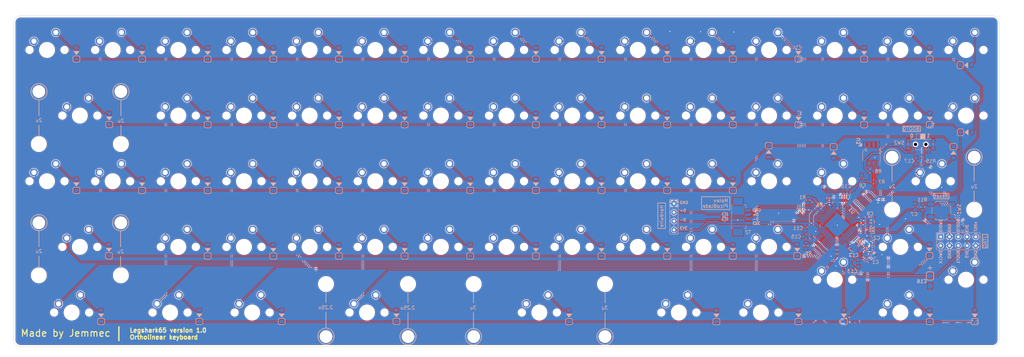
<source format=kicad_pcb>
(kicad_pcb (version 20221018) (generator pcbnew)
  (layers (0 "F.Cu" signal) (31 "B.Cu" signal) (34 "B.Paste" user) (35 "F.Paste" user) (36 "B.SilkS" user "B.Silkscreen") (37 "F.SilkS" user "F.Silkscreen") (38 "B.Mask" user) (39 "F.Mask" user) (44 "Edge.Cuts" user))
  (net 0 "")
  (net 1 "Net-(U1-PD1{slash}OSC_OUT)")
  (net 2 "GND")
  (net 3 "Net-(U1-PD0{slash}OSC_IN)")
  (net 4 "3V3")
  (net 5 "Net-(U1-VCAP_1)")
  (net 6 "r0")
  (net 7 "Net-(D_0-A)")
  (net 8 "Net-(D_1-A)")
  (net 9 "Net-(D_2-A)")
  (net 10 "Net-(D_3-A)")
  (net 11 "Net-(D_4-A)")
  (net 12 "Net-(D_5-A)")
  (net 13 "Net-(D_6-A)")
  (net 14 "Net-(D_7-A)")
  (net 15 "Net-(D_8-A)")
  (net 16 "Net-(D_9-A)")
  (net 17 "Net-(D_10-A)")
  (net 18 "Net-(D_11-A)")
  (net 19 "Net-(D_12-A)")
  (net 20 "Net-(D_13-A)")
  (net 21 "Net-(D_14-A)")
  (net 22 "r1")
  (net 23 "Net-(D_15-A)")
  (net 24 "Net-(D_16-A)")
  (net 25 "Net-(D_17-A)")
  (net 26 "Net-(D_18-A)")
  (net 27 "Net-(D_19-A)")
  (net 28 "Net-(D_20-A)")
  (net 29 "Net-(D_21-A)")
  (net 30 "Net-(D_22-A)")
  (net 31 "Net-(D_23-A)")
  (net 32 "Net-(D_24-A)")
  (net 33 "Net-(D_25-A)")
  (net 34 "Net-(D_26-A)")
  (net 35 "Net-(D_27-A)")
  (net 36 "Net-(D_28-A)")
  (net 37 "r2")
  (net 38 "Net-(D_29-A)")
  (net 39 "Net-(D_30-A)")
  (net 40 "Net-(D_31-A)")
  (net 41 "Net-(D_32-A)")
  (net 42 "Net-(D_33-A)")
  (net 43 "Net-(D_34-A)")
  (net 44 "Net-(D_35-A)")
  (net 45 "Net-(D_36-A)")
  (net 46 "Net-(D_37-A)")
  (net 47 "Net-(D_38-A)")
  (net 48 "Net-(D_39-A)")
  (net 49 "Net-(D_40-A)")
  (net 50 "Net-(D_41-A)")
  (net 51 "Net-(D_42-A)")
  (net 52 "r3")
  (net 53 "Net-(D_43-A)")
  (net 54 "Net-(D_44-A)")
  (net 55 "Net-(D_45-A)")
  (net 56 "Net-(D_46-A)")
  (net 57 "Net-(D_47-A)")
  (net 58 "Net-(D_48-A)")
  (net 59 "Net-(D_49-A)")
  (net 60 "Net-(D_50-A)")
  (net 61 "Net-(D_51-A)")
  (net 62 "Net-(D_52-A)")
  (net 63 "Net-(D_53-A)")
  (net 64 "Net-(D_54-A)")
  (net 65 "r4")
  (net 66 "Net-(D_55-A)")
  (net 67 "Net-(D_56-A)")
  (net 68 "Net-(D_57-A)")
  (net 69 "Net-(D_58-A)")
  (net 70 "Net-(D_59-A)")
  (net 71 "Net-(D_60-A)")
  (net 72 "Net-(D_61-A)")
  (net 73 "Net-(D_62-A)")
  (net 74 "Net-(D_63-A)")
  (net 75 "Net-(D_64-A)")
  (net 76 "c0")
  (net 77 "c1")
  (net 78 "c2")
  (net 79 "c3")
  (net 80 "c4")
  (net 81 "c5")
  (net 82 "c6")
  (net 83 "c7")
  (net 84 "c8")
  (net 85 "c9")
  (net 86 "c10")
  (net 87 "c11")
  (net 88 "c12")
  (net 89 "c13")
  (net 90 "c14")
  (net 91 "D+")
  (net 92 "Net-(U1-PB7--I2C1_SDA)")
  (net 93 "Net-(U1-PB6--I2C1_SCL)")
  (net 94 "Net-(SW1-B)")
  (net 95 "Net-(SW2A-B)")
  (net 96 "D-")
  (net 103 "NRST")
  (net 104 "BOOT0")
  (net 105 "SWDIO")
  (net 107 "SWCLK")
  (net 108 "BOOT1")
  (net 109 "Net-(J2-Pin_3)")
  (net 110 "Net-(J2-Pin_2)")
  (footprint "MX_Only:MXOnly-1U-NoLED" (layer "F.Cu") (at 236.2 70)
    (fp_text reference "K_40")
    (fp_text value "KEYSW")
  )
  (footprint "MX_Only:MXOnly-1U-NoLED" (layer "F.Cu") (at 274.3 50.95)
    (fp_text reference "K_27")
    (fp_text value "KEYSW")
  )
  (footprint "MX_Only:MXOnly-1U-NoLED" (layer "F.Cu") (at 64.75 70)
    (fp_text reference "K_31")
    (fp_text value "KEYSW")
  )
  (footprint "MX_Only:MXOnly-1U-NoLED" (layer "F.Cu") (at 140.95 50.95)
    (fp_text reference "K_20")
    (fp_text value "KEYSW")
  )
  (footprint "MX_Only:MXOnly-1U-NoLED" (layer "F.Cu") (at 121.9 89.05)
    (fp_text reference "K_47")
    (fp_text value "KEYSW")
  )
  (footprint "MX_Only:MXOnly-1.75U-NoLED" (layer "F.Cu") (at 33.79375 108.1)
    (fp_text reference "K_57")
    (fp_text value "KEYSW")
  )
  (footprint "MX_Only:MXOnly-1U-NoLED" (layer "F.Cu") (at 198.1 89.05)
    (fp_text reference "K_51")
    (fp_text value "KEYSW")
  )
  (footprint "MX_Only:MXOnly-2U-NoLED" (layer "F.Cu") (at 36.175 50.95)
    (fp_text reference "K_15")
    (fp_text value "KEYSW")
  )
  (footprint "Legshark:jm_logo" (layer "F.Cu") (at 259.575 112.8)
    (fp_text reference "H1" hide)
    (fp_text value "JM Logo" hide)
  )
  (footprint "MX_Only:MXOnly-1U-NoLED" (layer "F.Cu") (at 179.05 89.05)
    (fp_text reference "K_50")
    (fp_text value "KEYSW")
  )
  (footprint "MX_Only:MXOnly-1U-NoLED" (layer "F.Cu") (at 198.1 70)
    (fp_text reference "K_38")
    (fp_text value "KEYSW")
  )
  (footprint "MX_Only:MXOnly-1U-NoLED" (layer "F.Cu") (at 83.8 31.9)
    (fp_text reference "K_3")
    (fp_text value "KEYSW")
  )
  (footprint "MX_Only:MXOnly-1U-NoLED" (layer "F.Cu") (at 83.8 70)
    (fp_text reference "K_32")
    (fp_text value "KEYSW")
  )
  (footprint "MX_Only:MXOnly-1U-NoLED" (layer "F.Cu") (at 45.7 70)
    (fp_text reference "K_30")
    (fp_text value "KEYSW")
  )
  (footprint "Legshark:Legshark_Mask" (layer "F.Cu") (at 251.083563 112.92282 -10)
    (fp_text reference "H3" hide)
    (fp_text value "LS Logo" hide)
  )
  (footprint "MX_Only:MXOnly-1U-NoLED" (layer "F.Cu") (at 217.15 50.95)
    (fp_text reference "K_24")
    (fp_text value "KEYSW")
  )
  (footprint "MX_Only:MXOnly-2.25U-ReversedStabilizers-NoLED" (layer "F.Cu") (at 119.51875 108.1)
    (fp_text reference "K_60")
    (fp_text value "KEYSW")
  )
  (footprint "MX_Only:MXOnly-1U-NoLED" (layer "F.Cu") (at 198.1 50.95)
    (fp_text reference "K_23")
    (fp_text value "KEYSW")
  )
  (footprint "MX_Only:MXOnly-1U-NoLED" (layer "F.Cu") (at 83.8 50.95)
    (fp_text reference "K_17")
    (fp_text value "KEYSW")
  )
  (footprint "MX_Only:MXOnly-1U-NoLED" (layer "F.Cu") (at 255.25 70)
    (fp_text reference "K_41")
    (fp_text value "KEYSW")
  )
  (footprint "MX_Only:MXOnly-1U-NoLED" (layer "F.Cu") (at 274.3 89.05)
    (fp_text reference "K_54")
    (fp_text value "KEYSW")
  )
  (footprint "MX_Only:MXOnly-1U-NoLED" (layer "F.Cu") (at 179.05 70)
    (fp_text reference "K_37")
    (fp_text value "KEYSW")
  )
  (footprint "MX_Only:MXOnly-1U-NoLED" (layer "F.Cu") (at 140.95 70)
    (fp_text reference "K_35")
    (fp_text value "KEYSW")
  )
  (footprint "MX_Only:MXOnly-1U-NoLED" (layer "F.Cu") (at 45.7 31.9)
    (fp_text reference "K_1")
    (fp_text value "KEYSW")
  )
  (footprint "MX_Only:MXOnly-1U-NoLED" (layer "F.Cu") (at 121.9 70)
    (fp_text reference "K_34")
    (fp_text value "KEYSW")
  )
  (footprint "MX_Only:MXOnly-1U-NoLED" (layer "F.Cu") (at 160 31.9)
    (fp_text reference "K_7")
    (fp_text value "KEYSW")
  )
  (footprint "MX_Only:MXOnly-1.25U-NoLED" (layer "F.Cu") (at 86.18125 108.1)
    (fp_text reference "K_59")
    (fp_text value "KEYSW")
  )
  (footprint "MX_Only:MXOnly-2U-NoLED" (layer "F.Cu") (at 36.175 89.05)
    (fp_text reference "K_43")
    (fp_text value "KEYSW")
  )
  (footprint "MX_Only:MXOnly-1U-NoLED" (layer "F.Cu") (at 64.75 50.95)
    (fp_text reference "K_16")
    (fp_text value "KEYSW")
  )
  (footprint "MX_Only:MXOnly-1U-NoLED" (layer "F.Cu") (at 160 50.95)
    (fp_text reference "K_21")
    (fp_text value "KEYSW")
  )
  (footprint "MX_Only:MXOnly-1U-NoLED" (layer "F.Cu") (at 217.15 89.05)
    (fp_text reference "K_52")
    (fp_text value "KEYSW")
  )
  (footprint "MX_Only:MXOnly-1U-NoLED" (layer "F.Cu") (at 198.1 31.9)
    (fp_text reference "K_9")
    (fp_text value "KEYSW")
  )
  (footprint "MX_Only:MXOnly-1U-NoLED" (layer "F.Cu") (at 121.9 50.95)
    (fp_text reference "K_19")
    (fp_text value "KEYSW")
  )
  (footprint "MX_Only:MXOnly-1U-NoLED" (layer "F.Cu") (at 121.9 31.9)
    (fp_text reference "K_5")
    (fp_text value "KEYSW")
  )
  (footprint "MX_Only:MXOnly-1U-NoLED" (layer "F.Cu") (at 236.2 89.05)
    (fp_text reference "K_53")
    (fp_text value "KEYSW")
  )
  (footprint "MX_Only:MXOnly-1U-NoLED" (layer "F.Cu") (at 293.35 98.575)
    (fp_text reference "K_56")
    (fp_text value "KEYSW")
  )
  (footprint "MX_Only:MXOnly-1U-NoLED" (layer "F.Cu") (at 217.15 31.9)
    (fp_text reference "K_10")
    (fp_text value "KEYSW")
  )
  (footprint "MX_Only:MXOnly-1U-NoLED" (layer "F.Cu") (at 236.2 50.95)
    (fp_text reference "K_25")
    (fp_text value "KEYSW")
  )
  (footprint "MX_Only:MXOnly-1U-NoLED" (layer "F.Cu") (at 64.75 31.9)
    (fp_text reference "K_2")
    (fp_text value "KEYSW")
  )
  (footprint "MX_Only:MXOnly-1U-NoLED" (layer "F.Cu") (at 102.85 89.05)
    (fp_text reference "K_46")
    (fp_text value "KEYSW")
  )
  (footprint "MX_Only:MXOnly-1U-NoLED" (layer "F.Cu") (at 179.05 31.9)
    (fp_text reference "K_8")
    (fp_text value "KEYSW")
  )
  (footprint "MX_Only:MXOnly-1U-NoLED" (layer "F.Cu") (at 236.2 31.9)
    (fp_text reference "K_11")
    (fp_text value "KEYSW")
  )
  (footprint "MX_Only:MXOnly-1U-NoLED" (layer "F.Cu") (at 179.05 50.95)
    (fp_text reference "K_22")
    (fp_text value "KEYSW")
  )
  (footprint "MX_Only:MXOnly-1U-NoLED" (layer "F.Cu") (at 255.25 98.575)
    (fp_text reference "K_55")
    (fp_text value "KEYSW")
  )
  (footprint "MX_Only:MXOnly-1U-NoLED" (layer "F.Cu") (at 217.15 70)
    (fp_text reference "K_39")
    (fp_text value "KEYSW")
  )
  (footprint "MX_Only:MXOnly-1U-NoLED" (layer "F.Cu") (at 293.35 50.95)
    (fp_text reference "K_28")
    (fp_text value "KEYSW")
  )
  (footprint "MX_Only:MXOnly-2U-NoLED" (layer "F.Cu") (at 283.825 70)
    (fp_text reference "K_42")
    (fp_text value "KEYSW")
  )
  (footprint "MX_Only:MXOnly-1U-NoLED" (layer "F.Cu") (at 274.3 31.9)
    (fp_text reference "K_13")
    (fp_text value "KEYSW")
  )
  (footprint "MX_Only:MXOnly-1U-NoLED" (layer "F.Cu") (at 293.35 31.9)
    (fp_text reference "K_14")
    (fp_text value "KEYSW")
  )
  (footprint "MX_Only:MXOnly-3U-ReversedStabilizers-NoLED" (layer "F.Cu") (at 169.525 108.1)
    (fp_text reference "K_61")
    (fp_text value "KEYSW")
  )
  (footprint "acheron_Connectors:PinHeader_1x4_P2.54mm_Vertical" (layer "F.Cu") (at 208.6 80.3)
    (fp_text reference "J2" hide)
    (fp_text value "Conn_01x04" hide)
  )
  (footprint "MX_Only:MXOnly-1.25U-NoLED" (layer "F.Cu") (at 210.00625 108.1)
    (fp_text reference "K_62")
    (fp_text value "KEYSW")
  )
  (footprint "MX_Only:MXOnly-1U-NoLED" (layer "F.Cu") (at 255.25 31.9)
    (fp_text reference "K_12")
    (fp_text value "KEYSW")
  )
  (footprint "MX_Only:MXOnly-1U-NoLED" (layer "F.Cu") (at 102.85 70)
    (fp_text reference "K_33")
    (fp_text value "KEYSW")
  )
  (footprint "MX_Only:MXOnly-1U-NoLED" (layer "F.Cu") (at 26.65 70)
    (fp_text reference "K_29")
    (fp_text value "KEYSW")
  )
  (footprint "Legshark:ls65_logo" (layer "F.Cu") (at 293.765519 113.174295)
    (fp_text reference "H2" hide)
    (fp_text value "LS65 Logo" hide)
  )
  (footprint "MX_Only:MXOnly-1U-NoLED" (layer "F.Cu") (at 255.25 50.95)
    (fp_text reference "K_26")
    (fp_text value "KEYSW")
  )
  (footprint "MX_Only:MXOnly-1.25U-NoLED" (layer "F.Cu") (at 233.81875 108.1)
    (fp_text reference "K_63")
    (fp_text value "KEYSW")
  )
  (footprint "MX_Only:MXOnly-1U-NoLED" (layer "F.Cu") (at 274.3 108.1)
    (fp_text reference "K_64")
    (fp_text value "KEYSW")
  )
  (footprint "MX_Only:MXOnly-1U-NoLED" (layer "F.Cu") (at 160 70)
    (fp_text reference "K_36")
    (fp_text value "KEYSW")
  )
  (footprint "MX_Only:MXOnly-1U-NoLED" (layer "F.Cu") (at 160 89.05)
    (fp_text reference "K_49")
    (fp_text value "KEYSW")
  )
  (footprint "MX_Only:MXOnly-1U-NoLED" (layer "F.Cu") (at 140.95 31.9)
    (fp_text reference "K_6")
    (fp_text value "KEYSW")
  )
  (footprint "MX_Only:MXOnly-1.25U-NoLED" (layer "F.Cu") (at 62.36875 108.1)
    (fp_text reference "K_58")
    (fp_text value "KEYSW")
  )
  (footprint "MX_Only:MXOnly-1U-NoLED" (layer "F.Cu") (at 140.95 89.05)
    (fp_text reference "K_48")
    (fp_text value "KEYSW")
  )
  (footprint "MX_Only:MXOnly-1U-NoLED" (layer "F.Cu") (at 102.85 31.9)
    (fp_text reference "K_4")
    (fp_text value "KEYSW")
  )
  (footprint "MX_Only:MXOnly-1U-NoLED" (layer "F.Cu") (at 26.65 31.9)
    (fp_text reference "K_0")
    (fp_text value "KEYSW")
  )
  (footprint "MX_Only:MXOnly-1U-NoLED" (layer "F.Cu") (at 83.8 89.05)
    (fp_text reference "K_45")
    (fp_text value "KEYSW")
  )
  (footprint "MX_Only:MXOnly-1U-NoLED" (layer "F.Cu") (at 64.75 89.05)
    (fp_text reference "K_44")
    (fp_text value "KEYSW")
  )
  (footprint "MX_Only:MXOnly-1U-NoLED" (layer "F.Cu") (at 102.85 50.95)
    (fp_text reference "K_18")
    (fp_text value "KEYSW")
  )
  (footprint "Resistor_SMD:R_0603_1608Metric" (layer "B.Cu") (at 266.51 70.15 180)
    (fp_text reference "R7")
    (fp_text value "4.7k")
  )
  (footprint "Capacitor_SMD:C_0603_1608Metric_Pad1.08x0.95mm_HandSolder" (layer "B.Cu") (at 246.6 83.4 90)
    (fp_text reference "C11")
    (fp_text value "100n")
  )
  (footprint "acheron_Components:D_SOD-123" (layer "B.Cu") (at 111.375 90.05 90)
    (fp_text reference "D_46" hide)
    (fp_text value "1N4148W")
  )
  (footprint "acheron_Components:D_SOD-123" (layer "B.Cu") (at 206.625 51.95 90)
    (fp_text reference "D_23" hide)
    (fp_text value "1N4148W")
  )
  (footprint "acheron_Hardware:K2-1187SQ-A4SW-06" (layer "B.Cu") (at 286.2 78.5)
    (fp_text reference "SW1")
    (fp_text value "K2-1187SQ-A4SW-06" hide)
  )
  (footprint "acheron_Components:D_SOD-123" (layer "B.Cu") (at 282.825 32.9 90)
    (fp_text reference "D_13" hide)
    (fp_text value "1N4148W")
  )
  (footprint "acheron_Components:D_SOD-123" (layer "B.Cu") (at 187.575 90.05 90)
    (fp_text reference "D_50" hide)
    (fp_text value "1N4148W")
  )
  (footprint "acheron_Components:D_SOD-123" (layer "B.Cu") (at 236.1 61.35 -90)
    (fp_text reference "D_40" hide)
    (fp_text value "1N4148W")
  )
  (footprint "acheron_Components:D_SOD-123" (layer "B.Cu") (at 54.225 71 90)
    (fp_text reference "D_30" hide)
    (fp_text value "1N4148W")
  )
  (footprint "acheron_Components:D_SOD-123" (layer "B.Cu") (at 149.475 51.95 90)
    (fp_text reference "D_20" hide)
    (fp_text value "1N4148W")
  )
  (footprint "acheron_Components:D_SOD-123" (layer "B.Cu") (at 130.425 51.95 90)
    (fp_text reference "D_19" hide)
    (fp_text value "1N4148W")
  )
  (footprint "Capacitor_SMD:C_0603_1608Metric_Pad1.08x0.95mm_HandSolder" (layer "B.Cu") (at 278.68125 77.4125 -90)
    (fp_text reference "C7")
    (fp_text value "100n")
  )
  (footprint "Resistor_SMD:R_0603_1608Metric" (layer "B.Cu") (at 247.5 75.45 -90)
    (fp_text reference "R1")
    (fp_text value "51k")
  )
  (footprint "acheron_Components:D_SOD-123" (layer "B.Cu") (at 92.325 51.95 90)
    (fp_text reference "D_17" hide)
    (fp_text value "1N4148W")
  )
  (footprint "acheron_Components:D_SOD-123" (layer "B.Cu") (at 42.35 109.05 90)
    (fp_text reference "D_57" hide)
    (fp_text value "1N4148W")
  )
  (footprint "Capacitor_SMD:C_0603_1608Metric_Pad1.08x0.95mm_HandSolder" (layer "B.Cu") (at 261.1 92.75 180)
    (fp_text reference "C12")
    (fp_text value "10n")
  )
  (footprint "acheron_Components:D_SOD-123" (layer "B.Cu") (at 54.225 32.9 90)
    (fp_text reference "D_1" hide)
    (fp_text value "1N4148W")
  )
  (footprint "acheron_Components:D_SOD-123" (layer "B.Cu") (at 44.6 90 90)
    (fp_text reference "D_43" hide)
    (fp_text value "1N4148W")
  )
  (footprint "acheron_Components:D_SOD-123" (layer "B.Cu") (at 244.725 51.95 90)
    (fp_text reference "D_25" hide)
    (fp_text value "1N4148W")
  )
  (footprint "Resistor_SMD:R_0603_1608Metric" (layer "B.Cu") (at 223.4 81.1)
    (fp_text reference "R2")
    (fp_text value "0R")
  )
  (footprint "acheron_Components:D_SOD-123" (layer "B.Cu") (at 149.475 90.05 90)
    (fp_text reference "D_48" hide)
    (fp_text value "1N4148W")
  )
  (footprint "acheron_Components:D_SOD-123" (layer "B.Cu") (at 282.75 89.95 90)
    (fp_text reference "D_54" hide)
    (fp_text value "1N4148W")
  )
  (footprint "acheron_Components:D_SOD-123" (layer "B.Cu") (at 178.15 109.1 90)
    (fp_text reference "D_61" hide)
    (fp_text value "1N4148W")
  )
  (footprint "acheron_Components:D_SOD-123" (layer "B.Cu") (at 206.625 90.05 90)
    (fp_text reference "D_51" hide)
    (fp_text value "1N4148W")
  )
  (footprint "Capacitor_SMD:C_0603_1608Metric_Pad1.08x0.95mm_HandSolder" (layer "B.Cu") (at 266.4 87.3 135)
    (fp_text reference "C2")
    (fp_text value "15p")
  )
  (footprint "Resistor_SMD:R_0603_1608Metric" (layer "B.Cu") (at 246.9 88.7 90)
    (fp_text reference "R6")
    (fp_text value "10k")
  )
  (footprint "Capacitor_SMD:C_0603_1608Metric_Pad1.08x0.95mm_HandSolder" (layer "B.Cu") (at 263.05 69.15 90)
    (fp_text reference "C6")
    (fp_text value "100n")
  )
  (footprint "acheron_Components:D_SOD-123" (layer "B.Cu") (at 244.725 32.9 90)
    (fp_text reference "D_11" hide)
    (fp_text value "1N4148W")
  )
  (footprint "acheron_Components:CP_EIA-3216-10_Kemet-I_Pad1.58x1.35mm_HandSolder" (layer "B.Cu") (at 282.9 98.9375 -90)
    (fp_text reference "C16")
    (fp_text value "10u")
  )
  (footprint "acheron_Components:D_SOD-123" (layer "B.Cu") (at 35.175 71 90)
    (fp_text reference "D_29" hide)
    (fp_text value "1N4148W")
  )
  (footprint "acheron_Components:D_SOD-123" (layer "B.Cu") (at 92.325 71 90)
    (fp_text reference "D_32" hide)
    (fp_text value "1N4148W")
  )
  (footprint "acheron_Components:D_SOD-123" (layer "B.Cu") (at 128.05 109.05 90)
    (fp_text reference "D_60" hide)
    (fp_text value "1N4148W")
  )
  (footprint "acheron_Components:D_SOD-123" (layer "B.Cu") (at 168.525 71 90)
    (fp_text reference "D_36" hide)
    (fp_text value "1N4148W")
  )
  (footprint "acheron_Components:D_SOD-123" (layer "B.Cu") (at 149.475 71 90)
    (fp_text reference "D_35" hide)
    (fp_text value "1N4148W")
  )
  (footprint "acheron_Components:D_SOD-123" (layer "B.Cu") (at 293.3 36.3)
    (fp_text reference "D_14" hide)
    (fp_text value "1N4148W")
  )
  (footprint "acheron_Components:D_SOD-123" (layer "B.Cu") (at 44.7 51.9 90)
    (fp_text reference "D_15" hide)
    (fp_text value "1N4148W")
  )
  (footprint "Capacitor_SMD:C_0603_1608Metric_Pad1.08x0.95mm_HandSolder" (layer "B.Cu") (at 259.75 72.45)
    (fp_text reference "C10")
    (fp_text value "100n")
  )
  (footprint "acheron_Components:D_SOD-123" (layer "B.Cu") (at 225.675 71 90)
    (fp_text reference "D_39" hide)
    (fp_text value "1N4148W")
  )
  (footprint "Capacitor_SMD:C_0603_1608Metric_Pad1.08x0.95mm_HandSolder" (layer "B.Cu") (at 278.85 64.1 -90)
    (fp_text reference "C17")
    (fp_text value "100n")
  )
  (footprint "acheron_Components:D_SOD-123" (layer "B.Cu") (at 111.375 32.9 90)
    (fp_text reference "D_4" hide)
    (fp_text value "1N4148W")
  )
  (footprint "acheron_Components:D_SOD-123" (layer "B.Cu") (at 92.325 32.9 90)
    (fp_text reference "D_3" hide)
    (fp_text value "1N4148W")
  )
  (footprint "acheron_Components:D_SOD-123" (layer "B.Cu") (at 73.275 71 90)
    (fp_text reference "D_31" hide)
    (fp_text value "1N4148W")
  )
  (footprint "acheron_Components:D_SOD-123" (layer "B.Cu") (at 187.575 32.9 90)
    (fp_text reference "D_8" hide)
    (fp_text value "1N4148W")
  )
  (footprint "acheron_Components:D_SOD-123" (layer "B.Cu") (at 289.7 61.6 -90)
    (fp_text reference "D_42" hide)
    (fp_text value "1N4148W")
  )
  (footprint "Resistor_SMD:R_0603_1608Metric" (layer "B.Cu") (at 223.4 79.6)
    (fp_text reference "R3")
    (fp_text value "0R")
  )
  (footprint "acheron_Components:D_SOD-123" (layer "B.Cu") (at 73.275 90.05 90)
    (fp_text reference "D_44" hide)
    (fp_text value "1N4148W")
  )
  (footprint "acheron_Components:D_SOD-123" (layer "B.Cu") (at 244.725 109.1 90)
    (fp_text reference "D_63" hide)
    (fp_text value "1N4148W")
  )
  (footprint "acheron_Components:D_SOD-123" (layer "B.Cu") (at 168.525 51.95 90)
    (fp_text reference "D_21" hide)
    (fp_text value "1N4148W")
  )
  (footprint "Resistor_SMD:R_0603_1608Metric" (layer "B.Cu") (at 249.3 76.1 90)
    (fp_text reference "R5")
    (fp_text value "1.5k")
  )
  (footprint "acheron_Components:D_SOD-123" (layer "B.Cu") (at 225.675 90.05 90)
    (fp_text reference "D_52" hide)
    (fp_text value "1N4148W")
  )
  (footprint "acheron_Connectors:PinHeader_2x5_P2.54mm_Vertical" (layer "B.Cu") (at 291.1 87.4 -90)
    (fp_text reference "J1" hide)
    (fp_text value "ARM JTAG" hide)
  )
  (footprint "acheron_Components:Crystal_SMD_3225-4Pin_3.2x2.5mm" (layer "B.Cu") (at 264.2 89.8 -135)
    (fp_text reference "Y1")
    (fp_text value "TAXM8M4RFDCET2T")
  )
  (footprint "acheron_Components:D_SOD-123" (layer "B.Cu") (at 149.475 32.9 90)
    (fp_text reference "D_6" hide)
    (fp_text value "1N4148W")
  )
  (footprint "acheron_Components:D_SOD-123" (layer "B.Cu") (at 168.525 32.9 90)
    (fp_text reference "D_7" hide)
    (fp_text value "1N4148W")
  )
  (footprint "acheron_Components:D_SOD-123" (layer "B.Cu") (at 282.825 109.1 90)
    (fp_text reference "D_64" hide)
    (fp_text value "1N4148W")
  )
  (footprint "acheron_Components:D_SOD-123" (layer "B.Cu") (at 187.575 71 90)
    (fp_text reference "D_37" hide)
    (fp_text value "1N4148W")
  )
  (footprint "acheron_Components:D_SOD-123" (layer "B.Cu") (at 225.675 51.95 90)
    (fp_text reference "D_24" hide)
    (fp_text value "1N4148W")
  )
  (footprint "Capacitor_SMD:C_0603_1608Metric_Pad1.08x0.95mm_HandSolder" (layer "B.Cu") (at 261.15 94.75 180)
    (fp_text reference "C13")
    (fp_text value "4.7u")
  )
  (footprint "acheron_Components:D_SOD-123" (layer "B.Cu") (at 130.425 90.05 90)
    (fp_text reference "D_47" hide)
    (fp_text value "1N4148W")
  )
  (footprint "acheron_Components:D_SOD-123" (layer "B.Cu") (at 94.75 109.05 90)
    (fp_text reference "D_59" hide)
    (fp_text value "1N4148W")
  )
  (footprint "acheron_Components:D_SOD-123" (layer "B.Cu") (at 220.9125 109.1 90)
    (fp_text reference "D_62" hide)
    (fp_text value "1N4148W")
  )
  (footprint "acheron_Components:D_SOD-123" (layer "B.Cu") (at 282.825 51.95 90)
    (fp_text reference "D_27" hide)
    (fp_text value "1N4148W")
  )
  (footprint "acheron_Components:D_SOD-123" (layer "B.Cu") (at 92.325 90.05 90)
    (fp_text reference "D_45" hide)
    (fp_text value "1N4148W")
  )
  (footprint "acheron_Components:D_SOD-123" (layer "B.Cu") (at 73.275 32.9 90)
    (fp_text reference "D_2" hide)
    (fp_text value "1N4148W")
  )
  (footprint "acheron_Components:D_SOD-123" (layer "B.Cu") (at 263.775 51.95 90)
    (fp_text reference "D_26" hide)
    (fp_text value "1N4148W")
  )
  (footprint "Resistor_SMD:R_0603_1608Metric" (layer "B.Cu") (at 280.83125 77.5125 -90)
    (fp_text reference "R11")
    (fp_text value "100R")
  )
  (footprint "acheron_Components:D_SOD-123" (layer "B.Cu") (at 73.275 51.95 90)
    (fp_text reference "D_16" hide)
    (fp_text value "1N4148W")
  )
  (footprint "acheron_Components:D_SOD-123" (layer "B.Cu") (at 70.85 109.05 90)
    (fp_text reference "D_58" hide)
    (fp_text value "1N4148W")
  )
  (footprint "acheron_Components:D_SOD-123" (layer "B.Cu") (at 293.4 55.8)
    (fp_text reference "D_28" hide)
    (fp_text value "1N4148W")
  )
  (footprint "acheron_Components:D_SOD-123" (layer "B.Cu") (at 206.625 71 90)
    (fp_text reference "D_38" hide)
    (fp_text value "1N4148W")
  )
  (footprint "Resistor_SMD:R_0603_1608Metric" (layer "B.Cu") (at 280.95 64.15 90)
    (fp_text reference "R15")
    (fp_text value "10k")
  )
  (footprint "acheron_Components:D_SOD-123" (layer "B.Cu") (at 295.9 109.1 90)
    (fp_text reference "D_56" hide)
    (fp_text value "1N4148W")
  )
  (footprint "acheron_Components:D_SOD-123" (layer "B.Cu") (at 111.375 71 90)
    (fp_text reference "D_33" hide)
    (fp_text value "1N4148W")
  )
  (footprint "acheron_Components:D_SOD-123" (layer "B.Cu") (at 254.95 61.65 -90)
    (fp_text reference "D_41" hide)
    (fp_text value "1N4148W")
  )
  (footprint "Legshark:Molex, PicoBlade, 53261, 4 Way, 1 Row, Right Angle PCB Header" (layer "B.Cu") (at 229.3 80.3 90)
    (fp_text reference "T2")
    (fp_text value "53261-0471")
  )
  (footprint "Capacitor_SMD:C_0603_1608Metric_Pad1.08x0.95mm_HandSolder" (layer "B.Cu") (at 265.8 92.3 45)
    (fp_text reference "C1")
    (fp_text value "15p")
  )
  (footprint "acheron_Components:D_SOD-123" (layer "B.Cu") (at 168.525 90.05 90)
    (fp_text reference "D_49" hide)
    (fp_text value "1N4148W")
  )
  (footprint "Capacitor_SMD:C_0603_1608Metric_Pad1.08x0.95mm_HandSolder" (layer "B.Cu") (at 265.49 82.59)
    (fp_text reference "C14")
    (fp_text value "100n")
  )
  (footprint "acheron_Components:D_SOD-123" (layer "B.Cu") (at 257.9 109.1 90)
    (fp_text reference "D_55" hide)
    (fp_text value "1N4148W")
  )
  (footprint "acheron_Components:D_SOD-123" (layer "B.Cu") (at 187.575 51.95 90)
    (fp_text reference "D_22" hide)
    (fp_text value "1N4148W")
  )
  (footprint "Legshark:Surface Mount Slide Switch SPDT" (layer "B.Cu") (at 280.2 59.3)
    (fp_text reference "SW2")
    (fp_text value "PCM12SMTR" hide)
  )
  (footprint "Capacitor_SMD:C_0603_1608Metric_Pad1.08x0.95mm_HandSolder" (layer "B.Cu") (at 246.95 86.05 180)
    (fp_text reference "C15")
    (fp_text value "4.7u")
  )
  (footprint "acheron_Components:D_SOD-123" (layer "B.Cu") (at 244.35 90 90)
    (fp_text reference "D_53" hide)
    (fp_text value "1N4148W")
  )
  (footprint "Capacitor_SMD:C_0603_1608Metric_Pad1.08x0.95mm_HandSolder" (layer "B.Cu") (at 265.53 80.84 180)
    (fp_text reference "C9")
    (fp_text value "100n")
  )
  (footprint "acheron_Components:D_SOD-123" (layer "B.Cu") (at 130.425 71 90)
    (fp_text reference "D_34" hide)
    (fp_text value "1N4148W")
  )
  (footprint "acheron_Components:SOIC-8" (layer "B.Cu") (at 265.9 62.1 -90)
    (fp_text reference "U3")
    (fp_text value "AT24C256C-SSHL-T")
  )
  (footprint "Resistor_SMD:R_0603_1608Metric" (layer "B.Cu") (at 265.55 67 180)
    (fp_text reference "R8")
    (fp_text value "4.7k")
  )
  (footprint "acheron_Components:D_SOD-123" (layer "B.Cu") (at 130.425 32.9 90)
    (fp_text reference "D_5" hide)
    (fp_text value "1N4148W")
  )
  (footprint "acheron_Components:D_SOD-123" (layer "B.Cu") (at 206.625 32.9 90)
    (fp_text reference "D_9" hide)
    (fp_text value "1N4148W")
  )
  (footprint "acheron_Components:D_SOD-123" (layer "B.Cu") (at 111.375 51.95 90)
    (fp_text reference "D_18" hide)
    (fp_text value "1N4148W")
  )
  (footprint "acheron_Components:D_SOD-123" (layer "B.Cu") (at 35.175 32.9 90)
    (fp_text reference "D_0" hide)
    (fp_text value "1N4148W")
  )
  (footprint "acheron_Components:D_SOD-123" (layer "B.Cu") (at 263.775 32.9 90)
    (fp_text reference "D_12" hide)
    (fp_text value "1N4148W")
  )
  (footprint "acheron_Components:D_SOD-123" (layer "B.Cu") (at 225.675 32.9 90)
    (fp_text reference "D_10" hide)
    (fp_text value "1N4148W")
  )
  (footprint "acheron_Components:STM_UFQFPN-48_LQFP-48-1EP_7x7mm_P0.5mm_HandSoldering" (layer "B.Cu") (at 256 82.75 135)
    (fp_text reference "U1")
    (fp_text value "STM32F411CEU6")
  )
  (gr_line (start 48 84.4) (end 48 89.029346) (stroke (width 0.2)) (layer "B.SilkS"))
  (gr_line (start 131.4 112.729346) (end 131.4 108.1) (stroke (width 0.2)) (layer "B.SilkS"))
  (gr_rect (start 298.1 85.45) (end 299.7 89.35) (stroke (width 0.2)) (fill none) (layer "B.SilkS"))
  (gr_rect (start 203.9 83.7) (end 206.1 76.3) (stroke (width 0.2)) (fill none) (layer "B.SilkS"))
  (gr_circle (center 24.3 82) (end 26.670654 82) (stroke (width 0.2)) (fill none) (layer "B.SilkS"))
  (gr_circle (center 107.6 115) (end 109.970654 115) (stroke (width 0.2)) (fill none) (layer "B.SilkS"))
  (gr_line (start 24.3 46.370654) (end 24.3 51) (stroke (width 0.2)) (layer "B.SilkS"))
  (gr_line (start 188.6 112.729346) (end 188.6 108.1) (stroke (width 0.2)) (layer "B.SilkS"))
  (gr_line (start 48.1 59.4) (end 48.1 53.8) (stroke (width 0.2)) (layer "B.SilkS"))
  (gr_line (start 107.6 112.629346) (end 107.6 108) (stroke (width 0.2)) (layer "B.SilkS"))
  (gr_line (start 107.6 99.6) (end 107.6 105.2) (stroke (width 0.2)) (layer "B.SilkS"))
  (gr_circle (center 131.4 115.1) (end 133.770654 115.1) (stroke (width 0.2)) (fill none) (layer "B.SilkS"))
  (gr_circle (center 150.4 115.1) (end 152.770654 115.1) (stroke (width 0.2)) (fill none) (layer "B.SilkS"))
  (gr_line (start 271.9 65.370654) (end 271.9 70) (stroke (width 0.2)) (layer "B.SilkS"))
  (gr_circle (center 271.9 63) (end 274.270654 63) (stroke (width 0.2)) (fill none) (layer "B.SilkS"))
  (gr_circle (center 295.7 63) (end 298.070654 63) (stroke (width 0.2)) (fill none) (layer "B.SilkS"))
  (gr_line (start 24.3 97.4) (end 24.3 91.8) (stroke (width 0.2)) (layer "B.SilkS"))
  (gr_line (start 24.3 84.370654) (end 24.3 89) (stroke (width 0.2)) (layer "B.SilkS"))
  (gr_line (start 188.6 99.7) (end 188.6 105.3) (stroke (width 0.2)) (layer "B.SilkS"))
  (gr_rect (start 284 73.5) (end 288.4 75.1) (stroke (width 0.2)) (fill none) (layer "B.SilkS"))
  (gr_line (start 48 97.429346) (end 48 91.829346) (stroke (width 0.2)) (layer "B.SilkS"))
  (gr_rect (start 216.6 74.5) (end 224.8 78.2) (stroke (width 0.2)) (fill none) (layer "B.SilkS"))
  (gr_circle (center 48 82.029346) (end 50.370654 82.029346) (stroke (width 0.2)) (fill none) (layer "B.SilkS"))
  (gr_line (start 271.9 78.4) (end 271.9 72.8) (stroke (width 0.2)) (layer "B.SilkS"))
  (gr_circle (center 48.1 44) (end 50.470654 44) (stroke (width 0.2)) (fill none) (layer "B.SilkS"))
  (gr_rect (start 275 54) (end 280.1 55.6) (stroke (width 0.2)) (fill none) (layer "B.SilkS"))
  (gr_line (start 131.4 99.7) (end 131.4 105.3) (stroke (width 0.2)) (layer "B.SilkS"))
  (gr_line (start 295.7 65.370654) (end 295.7 70) (stroke (width 0.2)) (layer "B.SilkS"))
  (gr_line (start 295.7 78.4) (end 295.7 72.8) (stroke (width 0.2)) (layer "B.SilkS"))
  (gr_circle (center 188.6 115.1) (end 190.970654 115.1) (stroke (width 0.2)) (fill none) (layer "B.SilkS"))
  (gr_line (start 24.3 59.4) (end 24.3 53.8) (stroke (width 0.2)) (layer "B.SilkS"))
  (gr_line (start 150.4 112.729346) (end 150.4 108.1) (stroke (width 0.2)) (layer "B.SilkS"))
  (gr_circle (center 24.3 44) (end 26.670654 44) (stroke (width 0.2)) (fill none) (layer "B.SilkS"))
  (gr_line (start 150.4 99.7) (end 150.4 105.3) (stroke (width 0.2)) (layer "B.SilkS"))
  (gr_line (start 48.1 46.370654) (end 48.1 51) (stroke (width 0.2)) (layer "B.SilkS"))
  (gr_line (start 47.5 116.25) (end 47.5 112.25) (stroke (width 0.4)) (layer "F.SilkS"))
  (gr_line (start 17 116) (end 17 24) (stroke (width 0.1)) (layer "Edge.Cuts"))
  (gr_arc (start 301 22) (mid 302.414214 22.585786) (end 303 24) (stroke (width 0.1)) (layer "Edge.Cuts"))
  (gr_arc (start 17 24) (mid 17.585786 22.585786) (end 19 22) (stroke (width 0.1)) (layer "Edge.Cuts"))
  (gr_arc (start 19 118) (mid 17.585786 117.414214) (end 17 116) (stroke (width 0.1)) (layer "Edge.Cuts"))
  (gr_arc (start 303 116) (mid 302.414214 117.414214) (end 301 118) (stroke (width 0.1)) (layer "Edge.Cuts"))
  (gr_line (start 301 118) (end 19 118) (stroke (width 0.1)) (layer "Edge.Cuts"))
  (gr_line (start 19 22) (end 301 22) (stroke (width 0.1)) (layer "Edge.Cuts"))
  (gr_line (start 303 24) (end 303 116) (stroke (width 0.1)) (layer "Edge.Cuts"))
  (gr_text "2.25u" (at 107.5 107.2) (layer "B.SilkS") (effects (font (size 1 1)) (justify bottom mirror)))
  (gr_text "Molex\nPicoBlade" (at 224.4 77.8) (layer "B.SilkS") (effects (font (size 1 1)) (justify left bottom mirror)))
  (gr_text "Reset" (at 288.3 74.9) (layer "B.SilkS") (effects (font (size 1 1)) (justify left bottom mirror)))
  (gr_text "2u" (at 24.3 90.9) (layer "B.SilkS") (effects (font (size 1 1)) (justify bottom mirror)))
  (gr_text "JTAG" (at 299.5 85.75 90) (layer "B.SilkS") (effects (font (size 1 1)) (justify left bottom mirror)))
  (gr_text "D+" (at 210.2 78.5) (layer "B.SilkS") (effects (font (size 0.8 0.8) (thickness 0.16)) (justify right mirror)))
  (gr_text "2u" (at 24.3 52.9) (layer "B.SilkS") (effects (font (size 1 1)) (justify bottom mirror)))
  (gr_text "2u" (at 295.7 72.1) (layer "B.SilkS") (effects (font (size 1 1)) (justify bottom mirror)))
  (gr_text "SWDIO" (at 286.02 84.86 90) (layer "B.SilkS") (effects (font (size 0.8 0.8) (thickness 0.16)) (justify right mirror)))
  (gr_text "D-" (at 231.3 81) (layer "B.SilkS") (effects (font (size 0.8 0.8) (thickness 0.16)) (justify right mirror)))
  (gr_text "SWCLK" (at 286.02 89.94 90) (layer "B.SilkS") (effects (font (size 0.8 0.8) (thickness 0.16)) (justify left mirror)))
  (gr_text "2.25u" (at 131.3 107.3) (layer "B.SilkS") (effects (font (size 1 1)) (justify bottom mirror)))
  (gr_text "BOOT0" (at 291.1 84.8 90) (layer "B.SilkS") (effects (font (size 0.8 0.8) (thickness 0.16)) (justify right mirror)))
  (gr_text "nRST" (at 296.18 84.7 90) (layer "B.SilkS") (effects (font (size 0.8 0.8) (thickness 0.16)) (justify right mirror)))
  (gr_text "3V3" (at 293.64 84.86 90) (layer "B.SilkS") (effects (font (size 0.8 0.8) (thickness 0.16)) (justify right mirror)))
  (gr_text "GND" (at 210.2 76.2) (layer "B.SilkS") (effects (font (size 0.8 0.8) (thickness 0.16)) (justify right mirror)))
  (gr_text "D+" (at 231.3 79.7) (layer "B.SilkS") (effects (font (size 0.8 0.8) (thickness 0.16)) (justify right mirror)))
  (gr_text "2u" (at 48.1 53) (layer "B.SilkS") (effects (font (size 1 1)) (justify bottom mirror)))
  (gr_text "3u" (at 188.5 107.3) (layer "B.SilkS") (effects (font (size 1 1)) (justify bottom mirror)))
  (gr_text "3V3" (at 293.64 89.94 90) (layer "B.SilkS") (effects (font (size 0.8 0.8) (thickness 0.16)) (justify left mirror)))
  (gr_text "GND" (at 288.56 84.86 90) (layer "B.SilkS") (effects (font (size 0.8 0.8) (thickness 0.16)) (justify right mirror)))
  (gr_text "3u" (at 150.3 107.3) (layer "B.SilkS") (effects (font (size 1 1)) (justify bottom mirror)))
  (gr_text "3V3" (at 231.3 82.2) (layer "B.SilkS") (effects (font (size 0.8 0.8) (thickness 0.16)) (justify right mirror)))
  (gr_text "Hardwire" (at 205.6 76.8 90) (layer "B.SilkS") (effects (font (size 1 1)) (justify left bottom mirror)))
  (gr_text "2u" (at 271.9 72.1) (layer "B.SilkS") (effects (font (size 1 1)) (justify bottom mirror)))
  (gr_text "BOOT1" (at 291.1 89.94 90) (layer "B.SilkS") (effects (font (size 0.8 0.8) (thickness 0.16)) (justify left mirror)))
  (gr_text "GND" (at 231.3 78.4) (layer "B.SilkS") (effects (font (size 0.8 0.8) (thickness 0.16)) (justify right mirror)))
  (gr_text "3V3" (at 210.2 83.6) (layer "B.SilkS") (effects (font (size 0.8 0.8) (thickness 0.16)) (justify right mirror)))
  (gr_text "GND" (at 296.18 89.94 90) (layer "B.SilkS") (effects (font (size 0.8 0.8) (thickness 0.16)) (justify left mirror)))
  (gr_text "GND" (at 288.56 89.94 90) (layer "B.SilkS") (effects (font (size 0.8 0.8) (thickness 0.16)) (justify left mirror)))
  (gr_text "2u" (at 48 91) (layer "B.SilkS") (effects (font (size 1 1)) (justify bottom mirror)))
  (gr_text "BOOT0" (at 279.95 55.4) (layer "B.SilkS") (effects (font (size 1 1)) (justify left bottom mirror)))
  (gr_text "D-" (at 210.2 81.2) (layer "B.SilkS") (effects (font (size 0.8 0.8) (thickness 0.16)) (justify right mirror)))
  (gr_text "Legshark65 version 1.0\nOrtholinear keyboard" (at 50.5 116) (layer "F.SilkS") (effects (font (size 1.25 1.25) (thickness 0.3) bold) (justify left bottom)))
  (gr_text "Made by Jemmec" (at 45.25 115.25) (layer "F.SilkS") (effects (font (size 2 2) (thickness 0.3)) (justify right bottom)))
  (segment (start 262.821142 89.976777) (end 262.326167 90.471752) (width 0.25) (layer "B.Cu") (net 1))
  (segment (start 264.00988 92.90988) (end 265.19012 92.90988) (width 0.25) (layer "B.Cu") (net 1))
  (segment (start 262.821142 89.217588) (end 259.005204 85.40165) (width 0.25) (layer "B.Cu") (net 1))
  (segment (start 262.326167 91.226167) (end 264.00988 92.90988) (width 0.25) (layer "B.Cu") (net 1))
  (segment (start 262.821142 89.976777) (end 262.821142 89.217588) (width 0.25) (layer "B.Cu") (net 1))
  (segment (start 262.326167 90.471752) (end 262.326167 91.226167) (width 0.25) (layer "B.Cu") (net 1))
  (via (at 286.3 71.8) (size 0.6) (drill 0.3) (layers "F.Cu" "B.Cu") (net 2))
  (via (at 226 26.7) (size 0.6) (drill 0.3) (layers "F.Cu" "B.Cu") (net 2))
  (via (at 267.8 76.3) (size 0.6) (drill 0.3) (layers "F.Cu" "B.Cu") (net 2))
  (via (at 255.6 94.6) (size 0.6) (drill 0.3) (layers "F.Cu" "B.Cu") (net 2))
  (via (at 239 79.3) (size 0.6) (drill 0.3) (layers "F.Cu" "B.Cu") (net 2))
  (via (at 266.9 63.1) (size 0.6) (drill 0.3) (layers "F.Cu" "B.Cu") (net 2))
  (via (at 216.3 26.6) (size 0.6) (drill 0.3) (layers "F.Cu" "B.Cu") (net 2))
  (via (at 262.2 80.5) (size 0.6) (drill 0.3) (layers "F.Cu" "B.Cu") (net 2))
  (via (at 268.275 82.575) (size 0.6) (drill 0.3) (layers "F.Cu" "B.Cu") (net 2))
  (via (at 268.95 91.3) (size 0.6) (drill 0.3) (layers "F.Cu" "B.Cu") (net 2))
  (via (at 264.594736 85.808358) (size 0.6) (drill 0.3) (layers "F.Cu" "B.Cu") (net 2))
  (via (at 256 82.75) (size 0.6) (drill 0.3) (layers "F.Cu" "B.Cu") (net 2))
  (via (at 227.1 81.3) (size 0.6) (drill 0.3) (layers "F.Cu" "B.Cu") (net 2))
  (via (at 249.739601 84.51769) (size 0.6) (drill 0.3) (layers "F.Cu" "B.Cu") (net 2))
  (via (at 207.4 26.5) (size 0.6) (drill 0.3) (layers "F.Cu" "B.Cu") (net 2))
  (via (at 259.7 88.3) (size 0.6) (drill 0.3) (layers "F.Cu" "B.Cu") (net 2))
  (via (at 263.45 71.9) (size 0.6) (drill 0.3) (layers "F.Cu" "B.Cu") (net 2))
  (via (at 253.765096 76.876592) (size 0.6) (drill 0.3) (layers "F.Cu" "B.Cu") (net 2))
  (via (at 247.7 78.3) (size 0.6) (drill 0.3) (layers "F.Cu" "B.Cu") (net 2))
  (via (at 275.8 80.9) (size 0.6) (drill 0.3) (layers "F.Cu" "B.Cu") (net 2))
  (via (at 254.2 91.75) (size 0.6) (drill 0.3) (layers "F.Cu" "B.Cu") (net 2))
  (segment (start 264.376777 88.421142) (end 265.79012 87.007799) (width 0.25) (layer "B.Cu") (net 2))
  (segment (start 250.866675 84.701345) (end 251.580583 83.987437) (width 0.25) (layer "B.Cu") (net 2))
  (segment (start 254.762563 78.330583) (end 254.762563 78.362563) (width 0.25) (layer "B.Cu") (net 2))
  (segment (start 264.534485 91.69012) (end 266.40988 91.69012) (width 0.25) (layer "B.Cu") (net 2))
  (segment (start 253.765096 76.876592) (end 253.765096 77.333116) (width 0.25) (layer "B.Cu") (net 2))
  (segment (start 262.2 80.5) (end 261.43198 80.5) (width 0.25) (layer "B.Cu") (net 2))
  (segment (start 257.1 84.91066) (end 257.1 84.9) (width 0.25) (layer "B.Cu") (net 2))
  (segment (start 264.023223 91.178858) (end 264.602081 90.6) (width 0.25) (layer "B.Cu") (net 2))
  (segment (start 249.923256 84.701345) (end 250.866675 84.701345) (width 0.25) (layer "B.Cu") (net 2))
  (segment (start 258.298097 86.108757) (end 257.1 84.91066) (width 0.25) (layer "B.Cu") (net 2))
  (segment (start 259.7 87.51066) (end 259.7 88.3) (width 0.25) (layer "B.Cu") (net 2))
  (segment (start 253.765096 77.333116) (end 254.762563 78.330583) (width 0.25) (layer "B.Cu") (net 2))
  (segment (start 264.602081 90.6) (end 265.1 90.6) (width 0.25) (layer "B.Cu") (net 2))
  (segment (start 260.419417 81.512563) (end 259.28198 82.65) (width 0.25) (layer "B.Cu") (net 2))
  (segment (start 251.580583 83.987437) (end 252.66802 82.9) (width 0.25) (layer "B.Cu") (net 2))
  (segment (start 264.023223 91.178858) (end 264.534485 91.69012) (width 0.25) (layer "B.Cu") (net 2))
  (segment (start 265.79012 87.007799) (end 265.79012 86.69012) (width 0.25) (layer "B.Cu") (net 2))
  (segment (start 258.298097 86.108757) (end 259.7 87.51066) (width 0.25) (layer "B.Cu") (net 2))
  (segment (start 261.43198 80.5) (end 260.419417 81.512563) (width 0.25) (layer "B.Cu") (net 2))
  (segment (start 249.739601 84.51769) (end 249.923256 84.701345) (width 0.25) (layer "B.Cu") (net 2))
  (segment (start 254.762563 78.362563) (end 255.95 79.55) (width 0.25) (layer "B.Cu") (net 2))
  (segment (start 265.578858 89.623223) (end 267.1 88.102081) (width 0.25) (layer "B.Cu") (net 3))
  (segment (start 264.428858 90.118198) (end 265.083883 90.118198) (width 0.25) (layer "B.Cu") (net 3))
  (segment (start 265.083883 90.118198) (end 265.578858 89.623223) (width 0.25) (layer "B.Cu") (net 3))
  (segment (start 259.358757 85.048097) (end 264.428858 90.118198) (width 0.25) (layer "B.Cu") (net 3))
  (via (at 263.6 81.4) (size 0.6) (drill 0.3) (layers "F.Cu" "B.Cu") (net 4))
  (via (at 259.15 75.3) (size 0.6) (drill 0.3) (layers "F.Cu" "B.Cu") (net 4))
  (via (at 263.55 82.62) (size 0.6) (drill 0.3) (layers "F.Cu" "B.Cu") (net 4))
  (via (at 248.5 82.175) (size 0.6) (drill 0.3) (layers "F.Cu" "B.Cu") (net 4))
  (via (at 251.3 76.5755) (size 0.6) (drill 0.3) (layers "F.Cu" "B.Cu") (net 4))
  (via (at 259.7 90) (size 0.6) (drill 0.3) (layers "F.Cu" "B.Cu") (net 4))
  (via (at 253.6 75.5) (size 0.6) (drill 0.3) (layers "F.Cu" "B.Cu") (net 4))
  (segment (start 263.55 82.62) (end 261.88 82.62) (width 0.5) (layer "B.Cu") (net 4))
  (segment (start 251.3 76.5755) (end 250.5755 76.5755) (width 0.5) (layer "B.Cu") (net 4))
  (segment (start 265.675 67.95) (end 264.725 67) (width 0.5) (layer "B.Cu") (net 4))
  (segment (start 265.675 70.15) (end 265.675 67.95) (width 0.5) (layer "B.Cu") (net 4))
  (segment (start 263.55 82.62) (end 263.58 82.59) (width 0.5) (layer "B.Cu") (net 4))
  (segment (start 259.7 89.7) (end 258.9 88.9) (width 0.25) (layer "B.Cu") (net 4))
  (segment (start 265.5375 70.0125) (end 265.675 70.15) (width 0.5) (layer "B.Cu") (net 4))
  (segment (start 215.94 84.21) (end 208.6 84.21) (width 0.5) (layer "B.Cu") (net 4))
  (segment (start 277.5 61.5) (end 277.95 61.05) (width 0.5) (layer "B.Cu") (net 4))
  (segment (start 263.995 64.005) (end 266.1 61.9) (width 0.5) (layer "B.Cu") (net 4))
  (segment (start 270.15 59.575) (end 273.675 59.575) (width 0.5) (layer "B.Cu") (net 4))
  (segment (start 263.6 81.4) (end 264.16 80.84) (width 0.5) (layer "B.Cu") (net 4))
  (segment (start 259.9 90.2) (end 259.9 95.25) (width 0.5) (layer "B.Cu") (net 4))
  (segment (start 248.5 82.175) (end 230.1 82.175) (width 0.5) (layer "B.Cu") (net 4))
  (segment (start 248.8 74.775) (end 247.5 74.775) (width 0.5) (layer "B.Cu") (net 4))
  (segment (start 249.768146 82.175) (end 251.156318 83.563172) (width 0.5) (layer "B.Cu") (net 4))
  (segment (start 259.15 75.3) (end 259.15 73.943146) (width 0.5) (layer "B.Cu") (net 4))
  (segment (start 260.936828 83.563172) (end 260.843682 83.563172) (width 0.5) (layer "B.Cu") (net 4))
  (segment (start 218.35 81.8) (end 215.94 84.21) (width 0.5) (layer "B.Cu") (net 4))
  (segment (start 230.1 82.175) (end 221.775 82.175) (width 0.5) (layer "B.Cu") (net 4))
  (segment (start 221.4 81.8) (end 218.35 81.8) (width 0.5) (layer "B.Cu") (net 4))
  (segment (start 263.6 81.4) (end 263.5 81.5) (width 0.5) (layer "B.Cu") (net 4))
  (segment (start 255.186828 77.086828) (end 255.186828 77.906318) (width 0.5) (layer "B.Cu") (net 4))
  (segment (start 264.725 67) (end 263.995 66.27) (width 0.5) (layer "B.Cu") (net 4))
  (segment (start 263.05 70.0125) (end 265.5375 70.0125) (width 0.5) (layer "B.Cu") (net 4))
  (segment (start 275.6 61.5) (end 277.5 61.5) (width 0.5) (layer "B.Cu") (net 4))
  (segment (start 261.35 81.5) (end 260.913172 81.936828) (width 0.5) (layer "B.Cu") (net 4))
  (segment (start 264.16 80.84) (end 264.6675 80.84) (width 0.5) (layer "B.Cu") (net 4))
  (segment (start 250.5755 76.5755) (end 249.3 75.3) (width 0.5) (layer "B.Cu") (net 4))
  (segment (start 253.6 75.5) (end 255.186828 77.086828) (width 0.5) (layer "B.Cu") (net 4))
  (segment (start 273.675 59.575) (end 275.6 61.5) (width 0.5) (layer "B.Cu") (net 4))
  (segment (start 259.7 90) (end 259.7 89.7) (width 0.25) (layer "B.Cu") (net 4))
  (segment (start 259.9 95.25) (end 262.1 97.45) (width 0.5) (layer "B.Cu") (net 4))
  (segment (start 263.995 66.27) (end 263.995 64.8) (width 0.5) (layer "B.Cu") (net 4))
  (segment (start 248.5 82.175) (end 249.768146 82.175) (width 0.5) (layer "B.Cu") (net 4))
  (segment (start 259.15 73.943146) (end 262.943146 70.15) (width 0.5) (layer "B.Cu") (net 4))
  (segment (start 262.1 97.45) (end 284.86 97.45) (width 0.5) (layer "B.Cu") (net 4))
  (segment (start 221.775 82.175) (end 221.4 81.8) (width 0.5) (layer "B.Cu") (net 4))
  (segment (start 258.9 87.417767) (end 257.944544 86.462311) (width 0.25) (layer "B.Cu") (net 4))
  (segment (start 263.58 82.59) (end 264.6275 82.59) (width 0.5) (layer "B.Cu") (net 4))
  (segment (start 266.1 61.9) (end 267.825 61.9) (width 0.5) (layer "B.Cu") (net 4))
  (segment (start 267.825 61.9) (end 270.15 59.575) (width 0.5) (layer "B.Cu") (net 4))
  (segment (start 284.86 97.45) (end 293.64 88.67) (width 0.5) (layer "B.Cu") (net 4))
  (segment (start 263.5 81.5) (end 261.35 81.5) (width 0.5) (layer "B.Cu") (net 4))
  (segment (start 259.7 90) (end 259.9 90.2) (width 0.5) (layer "B.Cu") (net 4))
  (segment (start 263.995 64.8) (end 263.995 64.005) (width 0.5) (layer "B.Cu") (net 4))
  (segment (start 258.9 88.9) (end 258.9 87.417767) (width 0.25) (layer "B.Cu") (net 4))
  (segment (start 293.64 88.67) (end 293.64 86.13) (width 0.5) (layer "B.Cu") (net 4))
  (segment (start 261.88 82.62) (end 260.936828 83.563172) (width 0.5) (layer "B.Cu") (net 4))
  (segment (start 249.3 75.275) (end 248.8 74.775) (width 0.5) (layer "B.Cu") (net 4))
  (segment (start 247.9125 86.2) (end 250.075126 86.2) (width 0.25) (layer "B.Cu") (net 5))
  (segment (start 250.075126 86.2) (end 251.934136 84.34099) (width 0.25) (layer "B.Cu") (net 5))
  (segment (start 289.9 34.55) (end 291.65 36.3) (width 0.25) (layer "B.Cu") (net 6))
  (segment (start 276.1 82.1) (end 290.4 82.1) (width 0.25) (layer "B.Cu") (net 6))
  (segment (start 282.825 34.55) (end 289.9 34.55) (width 0.25) (layer "B.Cu") (net 6))
  (segment (start 292.2 72.436396) (end 292.2 62) (width 0.25) (layer "B.Cu") (net 6))
  (segment (start 291.2 73.436396) (end 292.2 72.436396) (width 0.25) (layer "B.Cu") (net 6))
  (segment (start 291.2 81.3) (end 291.2 73.436396) (width 0.25) (layer "B.Cu") (net 6))
  (segment (start 273.3 84.9) (end 276.1 82.1) (width 0.25) (layer "B.Cu") (net 6))
  (segment (start 296.8 47.9) (end 297.9 46.8) (width 0.25) (layer "B.Cu") (net 6))
  (segment (start 260.419417 83.987437) (end 261.33198 84.9) (width 0.25) (layer "B.Cu") (net 6))
  (segment (start 292.2 62) (end 296.8 57.4) (width 0.25) (layer "B.Cu") (net 6))
  (segment (start 297.9 42.55) (end 291.65 36.3) (width 0.25) (layer "B.Cu") (net 6))
  (segment (start 35.175 34.55) (end 282.825 34.55) (width 0.25) (layer "B.Cu") (net 6))
  (segment (start 290.4 82.1) (end 291.2 81.3) (width 0.25) (layer "B.Cu") (net 6))
  (segment (start 296.8 57.4) (end 296.8 47.9) (width 0.25) (layer "B.Cu") (net 6))
  (segment (start 261.33198 84.9) (end 273.3 84.9) (width 0.25) (layer "B.Cu") (net 6))
  (segment (start 297.9 46.8) (end 297.9 42.55) (width 0.25) (layer "B.Cu") (net 6))
  (segment (start 29.19 26.82) (end 33.62 31.25) (width 0.25) (layer "B.Cu") (net 7))
  (segment (start 33.62 31.25) (end 35.175 31.25) (width 0.25) (layer "B.Cu") (net 7))
  (segment (start 52.67 31.25) (end 54.225 31.25) (width 0.25) (layer "B.Cu") (net 8))
  (segment (start 48.24 26.82) (end 52.67 31.25) (width 0.25) (layer "B.Cu") (net 8))
  (segment (start 67.29 26.82) (end 71.72 31.25) (width 0.25) (layer "B.Cu") (net 9))
  (segment (start 71.72 31.25) (end 73.275 31.25) (width 0.25) (layer "B.Cu") (net 9))
  (segment (start 90.77 31.25) (end 86.34 26.82) (width 0.25) (layer "B.Cu") (net 10))
  (segment (start 92.325 31.25) (end 90.77 31.25) (width 0.25) (layer "B.Cu") (net 10))
  (segment (start 109.82 31.25) (end 105.39 26.82) (width 0.25) (layer "B.Cu") (net 11))
  (segment (start 111.375 31.25) (end 109.82 31.25) (width 0.25) (layer "B.Cu") (net 11))
  (segment (start 130.425 31.25) (end 128.87 31.25) (width 0.25) (layer "B.Cu") (net 12))
  (segment (start 128.87 31.25) (end 124.44 26.82) (width 0.25) (layer "B.Cu") (net 12))
  (segment (start 149.475 31.25) (end 147.92 31.25) (width 0.25) (layer "B.Cu") (net 13))
  (segment (start 147.92 31.25) (end 143.49 26.82) (width 0.25) (layer "B.Cu") (net 13))
  (segment (start 168.525 31.25) (end 166.97 31.25) (width 0.25) (layer "B.Cu") (net 14))
  (segment (start 166.97 31.25) (end 162.54 26.82) (width 0.25) (layer "B.Cu") (net 14))
  (segment (start 187.575 31.25) (end 186.02 31.25) (width 0.25) (layer "B.Cu") (net 15))
  (segment (start 186.02 31.25) (end 181.59 26.82) (width 0.25) (layer "B.Cu") (net 15))
  (segment (start 206.625 31.25) (end 205.07 31.25) (width 0.25) (layer "B.Cu") (net 16))
  (segment (start 205.07 31.25) (end 200.64 26.82) (width 0.25) (layer "B.Cu") (net 16))
  (segment (start 224.12 31.25) (end 219.69 26.82) (width 0.25) (layer "B.Cu") (net 17))
  (segment (start 225.675 31.25) (end 224.12 31.25) (width 0.25) (layer "B.Cu") (net 17))
  (segment (start 244.725 31.25) (end 243.17 31.25) (width 0.25) (layer "B.Cu") (net 18))
  (segment (start 243.17 31.25) (end 238.74 26.82) (width 0.25) (layer "B.Cu") (net 18))
  (segment (start 262.22 31.25) (end 257.79 26.82) (width 0.25) (layer "B.Cu") (net 19))
  (segment (start 263.775 31.25) (end 262.22 31.25) (width 0.25) (layer "B.Cu") (net 19))
  (segment (start 281.27 31.25) (end 276.84 26.82) (width 0.25) (layer "B.Cu") (net 20))
  (segment (start 282.825 31.25) (end 281.27 31.25) (width 0.25) (layer "B.Cu") (net 20))
  (segment (start 295.89 26.82) (end 295.89 35.36) (width 0.25) (layer "B.Cu") (net 21))
  (segment (start 295.89 35.36) (end 294.95 36.3) (width 0.25) (layer "B.Cu") (net 21))
  (segment (start 290.1 73.9) (end 291.75 72.25) (width 0.25) (layer "B.Cu") (net 22))
  (segment (start 291.75 55.8) (end 289.55 53.6) (width 0.25) (layer "B.Cu") (net 22))
  (segment (start 291.75 72.25) (end 291.75 55.8) (width 0.25) (layer "B.Cu") (net 22))
  (segment (start 260.065864 81.15901) (end 267.324874 73.9) (width 0.25) (layer "B.Cu") (net 22))
  (segment (start 267.324874 73.9) (end 290.1 73.9) (width 0.25) (layer "B.Cu") (net 22))
  (segment (start 289.55 53.6) (end 45.05 53.6) (width 0.25) (layer "B.Cu") (net 22))
  (segment (start 43.095 50.25) (end 38.715 45.87) (width 0.25) (layer "B.Cu") (net 23))
  (segment (start 44.7 50.25) (end 43.095 50.25) (width 0.25) (layer "B.Cu") (net 23))
  (segment (start 67.29 45.87) (end 71.72 50.3) (width 0.25) (layer "B.Cu") (net 24))
  (segment (start 71.72 50.3) (end 73.275 50.3) (width 0.25) (layer "B.Cu") (net 24))
  (segment (start 90.77 50.3) (end 92.325 50.3) (width 0.25) (layer "B.Cu") (net 25))
  (segment (start 86.34 45.87) (end 90.77 50.3) (width 0.25) (layer "B.Cu") (net 25))
  (segment (start 105.39 45.87) (end 109.82 50.3) (width 0.25) (layer "B.Cu") (net 26))
  (segment (start 109.82 50.3) (end 111.375 50.3) (width 0.25) (layer "B.Cu") (net 26))
  (segment (start 128.87 50.3) (end 130.425 50.3) (width 0.25) (layer "B.Cu") (net 27))
  (segment (start 124.44 45.87) (end 128.87 50.3) (width 0.25) (layer "B.Cu") (net 27))
  (segment (start 147.92 50.3) (end 149.475 50.3) (width 0.25) (layer "B.Cu") (net 28))
  (segment (start 143.49 45.87) (end 147.92 50.3) (width 0.25) (layer "B.Cu") (net 28))
  (segment (start 166.97 50.3) (end 168.525 50.3) (width 0.25) (layer "B.Cu") (net 29))
  (segment (start 162.54 45.87) (end 166.97 50.3) (width 0.25) (layer "B.Cu") (net 29))
  (segment (start 181.59 45.87) (end 186.02 50.3) (width 0.25) (layer "B.Cu") (net 30))
  (segment (start 186.02 50.3) (end 187.575 50.3) (width 0.25) (layer "B.Cu") (net 30))
  (segment (start 205.07 50.3) (end 206.625 50.3) (width 0.25) (layer "B.Cu") (net 31))
  (segment (start 200.64 45.87) (end 205.07 50.3) (width 0.25) (layer "B.Cu") (net 31))
  (segment (start 224.12 50.3) (end 225.675 50.3) (width 0.25) (layer "B.Cu") (net 32))
  (segment (start 219.69 45.87) (end 224.12 50.3) (width 0.25) (layer "B.Cu") (net 32))
  (segment (start 243.17 50.3) (end 244.725 50.3) (width 0.25) (layer "B.Cu") (net 33))
  (segment (start 238.74 45.87) (end 243.17 50.3) (width 0.25) (layer "B.Cu") (net 33))
  (segment (start 262.22 50.3) (end 263.775 50.3) (width 0.25) (layer "B.Cu") (net 34))
  (segment (start 257.79 45.87) (end 262.22 50.3) (width 0.25) (layer "B.Cu") (net 34))
  (segment (start 281.27 50.3) (end 282.825 50.3) (width 0.25) (layer "B.Cu") (net 35))
  (segment (start 276.84 45.87) (end 281.27 50.3) (width 0.25) (layer "B.Cu") (net 35))
  (segment (start 295.89 45.87) (end 295.89 54.96) (width 0.25) (layer "B.Cu") (net 36))
  (segment (start 295.89 54.96) (end 295.05 55.8) (width 0.25) (layer "B.Cu") (net 36))
  (segment (start 257.85 57.1) (end 254.95 60) (width 0.25) (layer "B.Cu") (net 37))
  (segment (start 291.3 61.2) (end 290.05 59.95) (width 0.25) (layer "B.Cu") (net 37))
  (segment (start 225.675 72.65) (end 226.2 72.65) (width 0.25) (layer "B.Cu") (net 37))
  (segment (start 290.05 59.95) (end 289.7 59.95) (width 0.25) (layer "B.Cu") (net 37))
  (segment (start 291.3 72) (end 291.3 61.2) (width 0.25) (layer "B.Cu") (net 37))
  (segment (start 228.35 70.5) (end 228.35 67.45) (width 0.25) (layer "B.Cu") (net 37))
  (segment (start 254.65 59.7) (end 254.95 60) (width 0.25) (layer "B.Cu") (net 37))
  (segment (start 35.175 72.65) (end 225.675 72.65) (width 0.25) (layer "B.Cu") (net 37))
  (segment (start 267.117767 73.4) (end 289.9 73.4) (width 0.25) (layer "B.Cu") (net 37))
  (segment (start 259.712311 80.805456) (end 267.117767 73.4) (width 0.25) (layer "B.Cu") (net 37))
  (segment (start 289.7 59.95) (end 286.85 57.1) (width 0.25) (layer "B.Cu") (net 37))
  (segment (start 226.2 72.65) (end 228.35 70.5) (width 0.25) (layer "B.Cu") (net 37))
  (segment (start 289.9 73.4) (end 291.3 72) (width 0.25) (layer "B.Cu") (net 37))
  (segment (start 228.35 67.45) (end 236.1 59.7) (width 0.25) (layer "B.Cu") (net 37))
  (segment (start 236.1 59.7) (end 254.65 59.7) (width 0.25) (layer "B.Cu") (net 37))
  (segment (start 286.85 57.1) (end 257.85 57.1) (width 0.25) (layer "B.Cu") (net 37))
  (segment (start 33.62 69.35) (end 35.175 69.35) (width 0.25) (layer "B.Cu") (net 38))
  (segment (start 29.19 64.92) (end 33.62 69.35) (width 0.25) (layer "B.Cu") (net 38))
  (segment (start 48.24 64.92) (end 52.67 69.35) (width 0.25) (layer "B.Cu") (net 39))
  (segment (start 52.67 69.35) (end 54.225 69.35) (width 0.25) (layer "B.Cu") (net 39))
  (segment (start 67.29 64.92) (end 71.72 69.35) (width 0.25) (layer "B.Cu") (net 40))
  (segment (start 71.72 69.35) (end 73.275 69.35) (width 0.25) (layer "B.Cu") (net 40))
  (segment (start 90.77 69.35) (end 92.325 69.35) (width 0.25) (layer "B.Cu") (net 41))
  (segment (start 86.34 64.92) (end 90.77 69.35) (width 0.25) (layer "B.Cu") (net 41))
  (segment (start 109.82 69.35) (end 111.375 69.35) (width 0.25) (layer "B.Cu") (net 42))
  (segment (start 105.39 64.92) (end 109.82 69.35) (width 0.25) (layer "B.Cu") (net 42))
  (segment (start 128.87 69.35) (end 130.425 69.35) (width 0.25) (layer "B.Cu") (net 43))
  (segment (start 124.44 64.92) (end 128.87 69.35) (width 0.25) (layer "B.Cu") (net 43))
  (segment (start 143.49 64.92) (end 147.92 69.35) (width 0.25) (layer "B.Cu") (net 44))
  (segment (start 147.92 69.35) (end 149.475 69.35) (width 0.25) (layer "B.Cu") (net 44))
  (segment (start 166.97 69.35) (end 168.525 69.35) (width 0.25) (layer "B.Cu") (net 45))
  (segment (start 162.54 64.92) (end 166.97 69.35) (width 0.25) (layer "B.Cu") (net 45))
  (segment (start 181.59 64.92) (end 186.02 69.35) (width 0.25) (layer "B.Cu") (net 46))
  (segment (start 186.02 69.35) (end 187.575 69.35) (width 0.25) (layer "B.Cu") (net 46))
  (segment (start 205.07 69.35) (end 206.625 69.35) (width 0.25) (layer "B.Cu") (net 47))
  (segment (start 200.64 64.92) (end 205.07 69.35) (width 0.25) (layer "B.Cu") (net 47))
  (segment (start 219.69 64.92) (end 224.12 69.35) (width 0.25) (layer "B.Cu") (net 48))
  (segment (start 224.12 69.35) (end 225.675 69.35) (width 0.25) (layer "B.Cu") (net 48))
  (segment (start 236.1 63) (end 236.82 63) (width 0.25) (layer "B.Cu") (net 49))
  (segment (start 236.82 63) (end 238.74 64.92) (width 0.25) (layer "B.Cu") (net 49))
  (segment (start 256.17 63.3) (end 257.79 64.92) (width 0.25) (layer "B.Cu") (net 50))
  (segment (start 254.95 63.3) (end 256.17 63.3) (width 0.25) (layer "B.Cu") (net 50))
  (segment (start 288.03 64.92) (end 289.7 63.25) (width 0.25) (layer "B.Cu") (net 51))
  (segment (start 286.365 64.92) (end 288.03 64.92) (width 0.25) (layer "B.Cu") (net 51))
  (segment (start 257.8 96.7) (end 256.7 95.6) (width 0.25) (layer "F.Cu") (net 52))
  (segment (start 249.85 91.7) (end 246.3 91.7) (width 0.25) (layer "F.Cu") (net 52))
  (segment (start 256.7 95.6) (end 253.75 95.6) (width 0.25) (layer "F.Cu") (net 52))
  (segment (start 262.8995 96.7) (end 257.8 96.7) (width 0.25) (layer "F.Cu") (net 52))
  (segment (start 253.75 95.6) (end 249.85 91.7) (width 0.25) (layer "F.Cu") (net 52))
  (segment (start 262.9 96.7005) (end 263.7755 95.825) (width 0.25) (layer "F.Cu") (net 52))
  (segment (start 262.9 96.7005) (end 262.8995 96.7) (width 0.25) (layer "F.Cu") (net 52))
  (segment (start 263.7755 88.428581) (end 263.294955 87.948036) (width 0.25) (layer "F.Cu") (net 52))
  (segment (start 263.7755 95.825) (end 263.7755 88.428581) (width 0.25) (layer "F.Cu") (net 52))
  (via (at 263.294955 87.948036) (size 0.6) (drill 0.3) (layers "F.Cu" "B.Cu") (net 52))
  (via (at 246.3 91.7) (size 0.6) (drill 0.3) (layers "F.Cu" "B.Cu") (net 52))
  (via (at 262.9 96.7005) (size 0.6) (drill 0.3) (layers "F.Cu" "B.Cu") (net 52))
  (segment (start 262.217767 87.2) (end 259.712311 84.694544) (width 0.25) (layer "B.Cu") (net 52))
  (segment (start 262.6 87.2) (end 262.217767 87.2) (width 0.25) (layer "B.Cu") (net 52))
  (segment (start 246.3 91.7) (end 44.65 91.7) (width 0.25) (layer "B.Cu") (net 52))
  (segment (start 263.294955 87.894955) (end 262.6 87.2) (width 0.25) (layer "B.Cu") (net 52))
  (segment (start 262.9 96.7005) (end 262.9005 96.7) (width 0.25) (layer "B.Cu") (net 52))
  (segment (start 262.9005 96.7) (end 277.85 96.7) (width 0.25) (layer "B.Cu") (net 52))
  (segment (start 277.85 96.7) (end 282.75 91.8) (width 0.25) (layer "B.Cu") (net 52))
  (segment (start 44.65 91.7) (end 44.6 91.65) (width 0.25) (layer "B.Cu") (net 52))
  (segment (start 43.095 88.35) (end 38.715 83.97) (width 0.25) (layer "B.Cu") (net 53))
  (segment (start 44.6 88.35) (end 43.095 88.35) (width 0.25) (layer "B.Cu") (net 53))
  (segment (start 71.72 88.4) (end 67.29 83.97) (width 0.25) (layer "B.Cu") (net 54))
  (segment (start 73.275 88.4) (end 71.72 88.4) (width 0.25) (layer "B.Cu") (net 54))
  (segment (start 92.325 88.4) (end 90.77 88.4) (width 0.25) (layer "B.Cu") (net 55))
  (segment (start 90.77 88.4) (end 86.34 83.97) (width 0.25) (layer "B.Cu") (net 55))
  (segment (start 109.82 88.4) (end 105.39 83.97) (width 0.25) (layer "B.Cu") (net 56))
  (segment (start 111.375 88.4) (end 109.82 88.4) (width 0.25) (layer "B.Cu") (net 56))
  (segment (start 130.425 88.4) (end 128.87 88.4) (width 0.25) (layer "B.Cu") (net 57))
  (segment (start 128.87 88.4) (end 124.44 83.97) (width 0.25) (layer "B.Cu") (net 57))
  (segment (start 147.92 88.4) (end 143.49 83.97) (width 0.25) (layer "B.Cu") (net 58))
  (segment (start 149.475 88.4) (end 147.92 88.4) (width 0.25) (layer "B.Cu") (net 58))
  (segment (start 166.97 88.4) (end 162.54 83.97) (width 0.25) (layer "B.Cu") (net 59))
  (segment (start 168.525 88.4) (end 166.97 88.4) (width 0.25) (layer "B.Cu") (net 59))
  (segment (start 187.575 88.4) (end 186.02 88.4) (width 0.25) (layer "B.Cu") (net 60))
  (segment (start 186.02 88.4) (end 181.59 83.97) (width 0.25) (layer "B.Cu") (net 60))
  (segment (start 206.625 88.4) (end 205.07 88.4) (width 0.25) (layer "B.Cu") (net 61))
  (segment (start 205.07 88.4) (end 200.64 83.97) (width 0.25) (layer "B.Cu") (net 61))
  (segment (start 225.675 88.4) (end 224.12 88.4) (width 0.25) (layer "B.Cu") (net 62))
  (segment (start 224.12 88.4) (end 219.69 83.97) (width 0.25) (layer "B.Cu") (net 62))
  (segment (start 243.12 88.35) (end 244.35 88.35) (width 0.25) (layer "B.Cu") (net 63))
  (segment (start 238.74 83.97) (end 243.12 88.35) (width 0.25) (layer "B.Cu") (net 63))
  (segment (start 281.17 88.3) (end 282.75 88.3) (width 0.25) (layer "B.Cu") (net 64))
  (segment (start 276.84 83.97) (end 281.17 88.3) (width 0.25) (layer "B.Cu") (net 64))
  (segment (start 264.825 88.325) (end 263.871495 87.371495) (width 0.25) (layer "F.Cu") (net 65))
  (segment (start 264.825 98.625) (end 264.825 88.325) (width 0.25) (layer "F.Cu") (net 65))
  (via (at 264.825 98.625) (size 0.6) (drill 0.3) (layers "F.Cu" "B.Cu") (net 65))
  (via (at 263.871495 87.371495) (size 0.6) (drill 0.3) (layers "F.Cu" "B.Cu") (net 65))
  (segment (start 264.825 103.825) (end 257.9 110.75) (width 0.25) (layer "B.Cu") (net 65))
  (segment (start 263.5 110.75) (end 42.65 110.75) (width 0.25) (layer "B.Cu") (net 65))
  (segment (start 295.9 110.75) (end 263.5 110.75) (width 0.25) (layer "B.Cu") (net 65))
  (segment (start 264.825 98.625) (end 264.825 103.825) (width 0.25) (layer "B.Cu") (net 65))
  (segment (start 260.065864 84.365864) (end 260.065864 84.34099) (width 0.25) (layer "B.Cu") (net 65))
  (segment (start 263.2 86.7) (end 262.4 86.7) (width 0.25) (layer "B.Cu") (net 65))
  (segment (start 263.871495 87.371495) (end 263.2 86.7) (width 0.25) (layer "B.Cu") (net 65))
  (segment (start 262.4 86.7) (end 260.065864 84.365864) (width 0.25) (layer "B.Cu") (net 65))
  (segment (start 257.79 107.34) (end 257.9 107.45) (width 0.25) (layer "B.Cu") (net 66))
  (segment (start 257.79 93.495) (end 257.79 107.34) (width 0.25) (layer "B.Cu") (net 66))
  (segment (start 295.89 93.495) (end 295.89 107.44) (width 0.25) (layer "B.Cu") (net 67))
  (segment (start 295.89 107.44) (end 295.9 107.45) (width 0.25) (layer "B.Cu") (net 67))
  (segment (start 36.33375 103.02) (end 40.71375 107.4) (width 0.25) (layer "B.Cu") (net 68))
  (segment (start 40.71375 107.4) (end 42.35 107.4) (width 0.25) (layer "B.Cu") (net 68))
  (segment (start 70.85 107.4) (end 69.28875 107.4) (width 0.25) (layer "B.Cu") (net 69))
  (segment (start 69.28875 107.4) (end 64.90875 103.02) (width 0.25) (layer "B.Cu") (net 69))
  (segment (start 93.10125 107.4) (end 88.72125 103.02) (width 0.25) (layer "B.Cu") (net 70))
  (segment (start 94.75 107.4) (end 93.10125 107.4) (width 0.25) (layer "B.Cu") (net 70))
  (segment (start 128.05 107.4) (end 126.43875 107.4) (width 0.25) (layer "B.Cu") (net 71))
  (segment (start 126.43875 107.4) (end 122.05875 103.02) (width 0.25) (layer "B.Cu") (net 71))
  (segment (start 176.495 107.45) (end 178.15 107.45) (width 0.25) (layer "B.Cu") (net 72))
  (segment (start 172.065 103.02) (end 176.495 107.45) (width 0.25) (layer "B.Cu") (net 72))
  (segment (start 216.97625 107.45) (end 212.54625 103.02) (width 0.25) (layer "B.Cu") (net 73))
  (segment (start 220.9125 107.45) (end 216.97625 107.45) (width 0.25) (layer "B.Cu") (net 73))
  (segment (start 240.78875 107.45) (end 236.35875 103.02) (width 0.25) (layer "B.Cu") (net 74))
  (segment (start 244.725 107.45) (end 240.78875 107.45) (width 0.25) (layer "B.Cu") (net 74))
  (segment (start 281.27 107.45) (end 276.84 103.02) (width 0.25) (layer "B.Cu") (net 75))
  (segment (start 282.825 107.45) (end 281.27 107.45) (width 0.25) (layer "B.Cu") (net 75))
  (segment (start 23.4 38.325) (end 20.65 41.075) (width 0.25) (layer "F.Cu") (net 76))
  (segment (start 23.35 75.025) (end 28.7 80.375) (width 0.25) (layer "F.Cu") (net 76))
  (segment (start 28.7 80.375) (end 28.7 104.27625) (width 0.25) (layer "F.Cu") (net 76))
  (segment (start 20.65 41.075) (end 20.65 65.27) (width 0.25) (layer "F.Cu") (net 76))
  (segment (start 23.35 67.97) (end 23.35 75.025) (width 0.25) (layer "F.Cu") (net 76))
  (segment (start 20.65 65.27) (end 22.84 67.46) (width 0.25) (layer "F.Cu") (net 76))
  (segment (start 22.84 29.36) (end 23.4 29.92) (width 0.25) (layer "F.Cu") (net 76))
  (segment (start 23.4 29.92) (end 23.4 38.325) (width 0.25) (layer "F.Cu") (net 76))
  (segment (start 22.84 67.46) (end 23.35 67.97) (width 0.25) (layer "F.Cu") (net 76))
  (segment (start 28.7 104.27625) (end 29.98375 105.56) (width 0.25) (layer "F.Cu") (net 76))
  (segment (start 41.69375 93.85) (end 29.98375 105.56) (width 0.25) (layer "B.Cu") (net 76))
  (segment (start 245.96066 93.85) (end 41.69375 93.85) (width 0.25) (layer "B.Cu") (net 76))
  (segment (start 253.701903 86.108757) (end 245.96066 93.85) (width 0.25) (layer "B.Cu") (net 76))
  (segment (start 32.65 48.695) (end 32.365 48.41) (width 0.25) (layer "F.Cu") (net 77))
  (segment (start 41.89 67.46) (end 42.2 67.77) (width 0.25) (layer "F.Cu") (net 77))
  (segment (start 42.05 38.725) (end 42.05 29.52) (width 0.25) (layer "F.Cu") (net 77))
  (segment (start 42.2 76.675) (end 32.365 86.51) (width 0.25) (layer "F.Cu") (net 77))
  (segment (start 32.65 58.22) (end 32.65 48.695) (width 0.25) (layer "F.Cu") (net 77))
  (segment (start 32.365 48.41) (end 42.05 38.725) (width 0.25) (layer "F.Cu") (net 77))
  (segment (start 42.2 67.77) (end 42.2 76.675) (width 0.25) (layer "F.Cu") (net 77))
  (segment (start 42.05 29.52) (end 41.89 29.36) (width 0.25) (layer "F.Cu") (net 77))
  (segment (start 41.89 67.46) (end 32.65 58.22) (width 0.25) (layer "F.Cu") (net 77))
  (segment (start 253.34835 85.755204) (end 245.703554 93.4) (width 0.25) (layer "B.Cu") (net 77))
  (segment (start 36.4 93.4) (end 32.7 89.7) (width 0.25) (layer "B.Cu") (net 77))
  (segment (start 32.7 89.7) (end 32.7 86.845) (width 0.25) (layer "B.Cu") (net 77))
  (segment (start 245.703554 93.4) (end 36.4 93.4) (width 0.25) (layer "B.Cu") (net 77))
  (segment (start 61.07 29.36) (end 61.15 29.44) (width 0.25) (layer "F.Cu") (net 78))
  (segment (start 61.15 103.09875) (end 58.68875 105.56) (width 0.25) (layer "F.Cu") (net 78))
  (segment (start 61.15 29.44) (end 61.15 103.09875) (width 0.25) (layer "F.Cu") (net 78))
  (segment (start 254.055456 86.462311) (end 246.217767 94.3) (width 0.25) (layer "B.Cu") (net 78))
  (segment (start 246.217767 94.3) (end 69.81875 94.3) (width 0.25) (layer "B.Cu") (net 78))
  (segment (start 69.81875 94.3) (end 58.55875 105.56) (width 0.25) (layer "B.Cu") (net 78))
  (segment (start 80.25 103.4) (end 82.41 105.56) (width 0.25) (layer "F.Cu") (net 79))
  (segment (start 80.25 29.44) (end 80.25 103.4) (width 0.25) (layer "F.Cu") (net 79))
  (segment (start 80.17 29.36) (end 80.25 29.44) (width 0.25) (layer "F.Cu") (net 79))
  (segment (start 93.18125 94.75) (end 82.37125 105.56) (width 0.25) (layer "B.Cu") (net 79))
  (segment (start 246.474874 94.75) (end 93.18125 94.75) (width 0.25) (layer "B.Cu") (net 79))
  (segment (start 254.40901 86.815864) (end 246.474874 94.75) (width 0.25) (layer "B.Cu") (net 79))
  (segment (start 99.17 29.33) (end 99.25 29.41) (width 0.25) (layer "F.Cu") (net 80))
  (segment (start 99.3 86.77) (end 99.04 86.51) (width 0.25) (layer "F.Cu") (net 80))
  (segment (start 99.25 86.4) (end 99.17 86.48) (width 0.25) (layer "F.Cu") (net 80))
  (segment (start 99.25 29.41) (end 99.25 86.4) (width 0.25) (layer "F.Cu") (net 80))
  (segment (start 103.4 95.4) (end 99.3 91.3) (width 0.25) (layer "F.Cu") (net 80))
  (segment (start 104.7 95.4) (end 103.4 95.4) (width 0.25) (layer "F.Cu") (net 80))
  (segment (start 99.3 91.3) (end 99.3 86.77) (width 0.25) (layer "F.Cu") (net 80))
  (via (at 104.7 95.4) (size 0.6) (drill 0.3) (layers "F.Cu" "B.Cu") (net 80))
  (segment (start 104.7 95.4) (end 106 95.4) (width 0.25) (layer "B.Cu") (net 80))
  (segment (start 246.73198 95.2) (end 254.762563 87.169417) (width 0.25) (layer "B.Cu") (net 80))
  (segment (start 106 95.4) (end 106.2 95.2) (width 0.25) (layer "B.Cu") (net 80))
  (segment (start 106.2 95.2) (end 246.73198 95.2) (width 0.25) (layer "B.Cu") (net 80))
  (segment (start 118.3 29.420625) (end 118.3 103.079375) (width 0.25) (layer "F.Cu") (net 81))
  (segment (start 118.22 29.340625) (end 118.3 29.420625) (width 0.25) (layer "F.Cu") (net 81))
  (segment (start 118.3 103.079375) (end 115.83875 105.540625) (width 0.25) (layer "F.Cu") (net 81))
  (segment (start 255.116117 87.522971) (end 246.989088 95.65) (width 0.25) (layer "B.Cu") (net 81))
  (segment (start 125.61875 95.65) (end 115.70875 105.56) (width 0.25) (layer "B.Cu") (net 81))
  (segment (start 246.989088 95.65) (end 125.61875 95.65) (width 0.25) (layer "B.Cu") (net 81))
  (segment (start 246.5255 32.479916) (end 241.85 27.804416) (width 0.25) (layer "F.Cu") (net 82))
  (segment (start 191.167208 28.46) (end 177.596396 28.46) (width 0.25) (layer "F.Cu") (net 82))
  (segment (start 252.2745 71.6) (end 249.425 71.6) (width 0.25) (layer "F.Cu") (net 82))
  (segment (start 158.6 28.91) (end 157.29 27.6) (width 0.25) (layer "F.Cu") (net 82))
  (segment (start 155.2 27.6) (end 153.44 29.36) (width 0.25) (layer "F.Cu") (net 82))
  (segment (start 137.27 29.33) (end 137.35 29.41) (width 0.25) (layer "F.Cu") (net 82))
  (segment (start 157.29 27.6) (end 155.2 27.6) (width 0.25) (layer "F.Cu") (net 82))
  (segment (start 241.85 26.913604) (end 239.636396 24.7) (width 0.25) (layer "F.Cu") (net 82))
  (segment (start 172.353604 28.91) (end 158.6 28.91) (width 0.25) (layer "F.Cu") (net 82))
  (segment (start 246.5255 68.7005) (end 246.5255 32.479916) (width 0.25) (layer "F.Cu") (net 82))
  (segment (start 137.35 29.41) (end 137.35 86.4) (width 0.25) (layer "F.Cu") (net 82))
  (segment (start 174.113604 27.15) (end 172.353604 28.91) (width 0.25) (layer "F.Cu") (net 82))
  (segment (start 137.35 86.4) (end 137.27 86.48) (width 0.25) (layer "F.Cu") (net 82))
  (segment (start 241.85 27.804416) (end 241.85 26.913604) (width 0.25) (layer "F.Cu") (net 82))
  (segment (start 177.596396 28.46) (end 176.286396 27.15) (width 0.25) (layer "F.Cu") (net 82))
  (segment (start 153.44 29.36) (end 137.14 29.36) (width 0.25) (layer "F.Cu") (net 82))
  (segment (start 239.636396 24.7) (end 194.927208 24.7) (width 0.25) (layer "F.Cu") (net 82))
  (segment (start 249.425 71.6) (end 246.5255 68.7005) (width 0.25) (layer "F.Cu") (net 82))
  (segment (start 194.927208 24.7) (end 191.167208 28.46) (width 0.25) (layer "F.Cu") (net 82))
  (segment (start 176.286396 27.15) (end 174.113604 27.15) (width 0.25) (layer "F.Cu") (net 82))
  (via (at 252.2745 71.6) (size 0.6) (drill 0.3) (layers "F.Cu" "B.Cu") (net 82))
  (segment (start 252.2745 71.6) (end 253.3245 72.65) (width 0.25) (layer "B.Cu") (net 82))
  (segment (start 257.25 72.65) (end 258.401345 73.801345) (width 0.25) (layer "B.Cu") (net 82))
  (segment (start 258.401345 77.873781) (end 257.59099 78.684136) (width 0.25) (layer "B.Cu") (net 82))
  (segment (start 253.3245 72.65) (end 257.25 72.65) (width 0.25) (layer "B.Cu") (net 82))
  (segment (start 258.401345 73.801345) (end 258.401345 77.873781) (width 0.25) (layer "B.Cu") (net 82))
  (segment (start 193.113604 27.15) (end 191.353604 28.91) (width 0.25) (layer "F.Cu") (net 83))
  (segment (start 156.4 29.44) (end 156.4 86.43) (width 0.25) (layer "F.Cu") (net 83))
  (segment (start 210.467208 28.46) (end 196.596396 28.46) (width 0.25) (layer "F.Cu") (net 83))
  (segment (start 246.25 76.4) (end 246.0755 76.2255) (width 0.25) (layer "F.Cu") (net 83))
  (segment (start 191.353604 28.91) (end 177.41 28.91) (width 0.25) (layer "F.Cu") (net 83))
  (segment (start 174.3 27.6) (end 172.54 29.36) (width 0.25) (layer "F.Cu") (net 83))
  (segment (start 156.32 29.36) (end 156.4 29.44) (width 0.25) (layer "F.Cu") (net 83))
  (segment (start 156.4 86.43) (end 156.32 86.51) (width 0.25) (layer "F.Cu") (net 83))
  (segment (start 172.54 29.36) (end 156.19 29.36) (width 0.25) (layer "F.Cu") (net 83))
  (segment (start 213.727208 25.2) (end 210.467208 28.46) (width 0.25) (layer "F.Cu") (net 83))
  (segment (start 246.0755 32.666312) (end 241.4 27.990812) (width 0.25) (layer "F.Cu") (net 83))
  (segment (start 241.4 27.990812) (end 241.4 27.1) (width 0.25) (layer "F.Cu") (net 83))
  (segment (start 195.286396 27.15) (end 193.113604 27.15) (width 0.25) (layer "F.Cu") (net 83))
  (segment (start 246.268902 78.347075) (end 246.25 78.328173) (width 0.25) (layer "F.Cu") (net 83))
  (segment (start 241.4 27.1) (end 239.5 25.2) (width 0.25) (layer "F.Cu") (net 83))
  (segment (start 246.0755 76.2255) (end 246.0755 32.666312) (width 0.25) (layer "F.Cu") (net 83))
  (segment (start 246.25 78.328173) (end 246.25 76.4) (width 0.25) (layer "F.Cu") (net 83))
  (segment (start 177.41 28.91) (end 176.1 27.6) (width 0.25) (layer "F.Cu") (net 83))
  (segment (start 196.596396 28.46) (end 195.286396 27.15) (width 0.25) (layer "F.Cu") (net 83))
  (segment (start 176.1 27.6) (end 174.3 27.6) (width 0.25) (layer "F.Cu") (net 83))
  (segment (start 239.5 25.2) (end 213.727208 25.2) (width 0.25) (layer "F.Cu") (net 83))
  (via (at 246.268902 78.347075) (size 0.6) (drill 0.3) (layers "F.Cu" "B.Cu") (net 83))
  (via (at 246.25 76.4) (size 0.6) (drill 0.3) (layers "F.Cu" "B.Cu") (net 83))
  (segment (start 252.634442 79.030888) (end 253.34835 79.744796) (width 0.25) (layer "B.Cu") (net 83))
  (segment (start 246.25 76.4) (end 247.475 76.4) (width 0.25) (layer "B.Cu") (net 83))
  (segment (start 246.268902 78.347075) (end 246.952715 79.030888) (width 0.25) (layer "B.Cu") (net 83))
  (segment (start 246.952715 79.030888) (end 252.634442 79.030888) (width 0.25) (layer "B.Cu") (net 83))
  (segment (start 193.3 27.6) (end 191.54 29.36) (width 0.25) (layer "F.Cu") (net 84))
  (segment (start 175.32 86.43) (end 175.24 86.51) (width 0.25) (layer "F.Cu") (net 84))
  (segment (start 215.641396 28.46) (end 214.331396 27.15) (width 0.25) (layer "F.Cu") (net 84))
  (segment (start 235.436396 28.4) (end 233.536396 26.5) (width 0.25) (layer "F.Cu") (net 84))
  (segment (start 191.54 29.36) (end 175.24 29.36) (width 0.25) (layer "F.Cu") (net 84))
  (segment (start 175.45 86.72) (end 175.45 95.825) (width 0.25) (layer "F.Cu") (net 84))
  (segment (start 214.331396 27.15) (end 212.413604 27.15) (width 0.25) (layer "F.Cu") (net 84))
  (segment (start 246 79.1) (end 245.6255 78.7255) (width 0.25) (layer "F.Cu") (net 84))
  (segment (start 175.24 29.36) (end 175.32 29.44) (width 0.25) (layer "F.Cu") (net 84))
  (segment (start 245.6255 69.4) (end 245.6255 32.852708) (width 0.25) (layer "F.Cu") (net 84))
  (segment (start 233.536396 26.5) (end 231 26.5) (width 0.25) (layer "F.Cu") (net 84))
  (segment (start 210.653604 28.91) (end 196.41 28.91) (width 0.25) (layer "F.Cu") (net 84))
  (segment (start 245.6255 78.7255) (end 245.6255 69.4) (width 0.25) (layer "F.Cu") (net 84))
  (segment (start 175.24 86.51) (end 175.45 86.72) (width 0.25) (layer "F.Cu") (net 84))
  (segment (start 195.1 27.6) (end 193.3 27.6) (width 0.25) (layer "F.Cu") (net 84))
  (segment (start 231 26.5) (end 229.04 28.46) (width 0.25) (layer "F.Cu") (net 84))
  (segment (start 245.6255 32.852708) (end 241.172792 28.4) (width 0.25) (layer "F.Cu") (net 84))
  (segment (start 196.41 28.91) (end 195.1 27.6) (width 0.25) (layer "F.Cu") (net 84))
  (segment (start 175.45 29.44) (end 175.45 86.43) (width 0.25) (layer "F.Cu") (net 84))
  (segment (start 229.04 28.46) (end 215.641396 28.46) (width 0.25) (layer "F.Cu") (net 84))
  (segment (start 241.172792 28.4) (end 235.436396 28.4) (width 0.25) (layer "F.Cu") (net 84))
  (segment (start 212.413604 27.15) (end 210.653604 28.91) (width 0.25) (layer "F.Cu") (net 84))
  (segment (start 175.45 95.825) (end 165.715 105.56) (width 0.25) (layer "F.Cu") (net 84))
  (via (at 246 79.1) (size 0.6) (drill 0.3) (layers "F.Cu" "B.Cu") (net 84))
  (segment (start 251.734441 79.545101) (end 252.641243 80.451903) (width 0.25) (layer "B.Cu") (net 84))
  (segment (start 246 79.1) (end 246.445101 79.545101) (width 0.25) (layer "B.Cu") (net 84))
  (segment (start 246.445101 79.545101) (end 251.734441 79.545101) (width 0.25) (layer "B.Cu") (net 84))
  (segment (start 215.455 28.91) (end 214.145 27.6) (width 0.25) (layer "F.Cu") (net 85))
  (segment (start 194.55 86.4) (end 194.44 86.51) (width 0.25) (layer "F.Cu") (net 85))
  (segment (start 245.1755 33.039104) (end 240.986396 28.85) (width 0.25) (layer "F.Cu") (net 85))
  (segment (start 240.986396 28.85) (end 235.25 28.85) (width 0.25) (layer "F.Cu") (net 85))
  (segment (start 245.0005 78.5) (end 245.1755 78.325) (width 0.25) (layer "F.Cu") (net 85))
  (segment (start 245.1755 78.325) (end 245.1755 33.039104) (width 0.25) (layer "F.Cu") (net 85))
  (segment (start 210.84 29.36) (end 194.29 29.36) (width 0.25) (layer "F.Cu") (net 85))
  (segment (start 194.44 29.36) (end 194.55 29.47) (width 0.25) (layer "F.Cu") (net 85))
  (segment (start 194.55 29.47) (end 194.55 86.4) (width 0.25) (layer "F.Cu") (net 85))
  (segment (start 231.2 27) (end 229.29 28.91) (width 0.25) (layer "F.Cu") (net 85))
  (segment (start 214.145 27.6) (end 212.6 27.6) (width 0.25) (layer "F.Cu") (net 85))
  (segment (start 233.4 27) (end 231.2 27) (width 0.25) (layer "F.Cu") (net 85))
  (segment (start 235.25 28.85) (end 233.4 27) (width 0.25) (layer "F.Cu") (net 85))
  (segment (start 212.6 27.6) (end 210.84 29.36) (width 0.25) (layer "F.Cu") (net 85))
  (segment (start 229.29 28.91) (end 215.455 28.91) (width 0.25) (layer "F.Cu") (net 85))
  (via (at 245.0005 78.5) (size 0.6) (drill 0.3) (layers "F.Cu" "B.Cu") (net 85))
  (segment (start 251.477334 79.995101) (end 252.287689 80.805456) (width 0.25) (layer "B.Cu") (net 85))
  (segment (start 245.0005 78.5) (end 245.0005 79.454985) (width 0.25) (layer "B.Cu") (net 85))
  (segment (start 245.0005 79.454985) (end 245.540616 79.995101) (width 0.25) (layer "B.Cu") (net 85))
  (segment (start 245.540616 79.995101) (end 251.477334 79.995101) (width 0.25) (layer "B.Cu") (net 85))
  (segment (start 235.063604 29.3) (end 233.263604 27.5) (width 0.25) (layer "F.Cu") (net 86))
  (segment (start 231.5 27.5) (end 229.64 29.36) (width 0.25) (layer "F.Cu") (net 86))
  (segment (start 229.64 29.36) (end 213.34 29.36) (width 0.25) (layer "F.Cu") (net 86))
  (segment (start 213.55 86.72) (end 213.55 98.20625) (width 0.25) (layer "F.Cu") (net 86))
  (segment (start 213.34 86.51) (end 213.55 86.72) (width 0.25) (layer "F.Cu") (net 86))
  (segment (start 244.7255 33.2255) (end 240.8 29.3) (width 0.25) (layer "F.Cu") (net 86))
  (segment (start 233.263604 27.5) (end 231.5 27.5) (width 0.25) (layer "F.Cu") (net 86))
  (segment (start 240.8 29.3) (end 235.063604 29.3) (width 0.25) (layer "F.Cu") (net 86))
  (segment (start 244.376 79.113943) (end 244.3755 79.113443) (width 0.25) (layer "F.Cu") (net 86))
  (segment (start 213.34 29.36) (end 213.42 29.44) (width 0.25) (layer "F.Cu") (net 86))
  (segment (start 213.55 29.44) (end 213.55 86.43) (width 0.25) (layer "F.Cu") (net 86))
  (segment (start 244.3755 79.113443) (end 244.3755 78.241116) (width 0.25) (layer "F.Cu") (net 86))
  (segment (start 213.55 98.20625) (end 206.19625 105.56) (width 0.25) (layer "F.Cu") (net 86))
  (segment (start 244.7255 77.891116) (end 244.7255 33.2255) (width 0.25) (layer "F.Cu") (net 86))
  (segment (start 213.42 86.43) (end 213.34 86.51) (width 0.25) (layer "F.Cu") (net 86))
  (segment (start 244.3755 78.241116) (end 244.7255 77.891116) (width 0.25) (layer "F.Cu") (net 86))
  (via (at 244.376 79.113943) (size 0.6) (drill 0.3) (layers "F.Cu" "B.Cu") (net 86))
  (segment (start 244.45 79.187943) (end 244.45 79.540881) (width 0.25) (layer "B.Cu") (net 86))
  (segment (start 251.220227 80.445101) (end 251.934136 81.15901) (width 0.25) (layer "B.Cu") (net 86))
  (segment (start 244.45 79.540881) (end 245.35422 80.445101) (width 0.25) (layer "B.Cu") (net 86))
  (segment (start 244.376 79.113943) (end 244.45 79.187943) (width 0.25) (layer "B.Cu") (net 86))
  (segment (start 245.35422 80.445101) (end 251.220227 80.445101) (width 0.25) (layer "B.Cu") (net 86))
  (segment (start 237.4745 81.4255) (end 232.39 86.51) (width 0.25) (layer "F.Cu") (net 87))
  (segment (start 232.47 29.44) (end 232.47 103.09875) (width 0.25) (layer "F.Cu") (net 87))
  (segment (start 243.4 81.4255) (end 237.4745 81.4255) (width 0.25) (layer "F.Cu") (net 87))
  (segment (start 232.39 29.36) (end 232.47 29.44) (width 0.25) (layer "F.Cu") (net 87))
  (segment (start 232.47 103.09875) (end 230.00875 105.56) (width 0.25) (layer "F.Cu") (net 87))
  (via (at 243.4 81.4255) (size 0.6) (drill 0.3) (layers "F.Cu" "B.Cu") (net 87))
  (segment (start 250.860912 81.5) (end 251.227029 81.866117) (width 0.25) (layer "B.Cu") (net 87))
  (segment (start 243.4745 81.5) (end 250.860912 81.5) (width 0.25) (layer "B.Cu") (net 87))
  (segment (start 251.75 49.7) (end 251.75 67.15) (width 0.25) (layer "F.Cu") (net 88))
  (segment (start 255.9 85) (end 255.9 88.4) (width 0.25) (layer "F.Cu") (net 88))
  (segment (start 257.7 83.2) (end 255.9 85) (width 0.25) (layer "F.Cu") (net 88))
  (segment (start 251.75 29.67) (end 251.75 49.7) (width 0.25) (layer "F.Cu") (net 88))
  (segment (start 251.75 67.15) (end 251.44 67.46) (width 0.25) (layer "F.Cu") (net 88))
  (segment (start 251.44 48.41) (end 251.75 48.72) (width 0.25) (layer "F.Cu") (net 88))
  (segment (start 251.75 48.72) (end 251.75 49.7) (width 0.25) (layer "F.Cu") (net 88))
  (segment (start 257.7 76.526845) (end 257.7 83.2) (width 0.25) (layer "F.Cu") (net 88))
  (via (at 257.7 76.526845) (size 0.6) (drill 0.3) (layers "F.Cu" "B.Cu") (net 88))
  (via (at 255.9 88.4) (size 0.6) (drill 0.3) (layers "F.Cu" "B.Cu") (net 88))
  (segment (start 255.9 92.1) (end 251.965 96.035) (width 0.25) (layer "B.Cu") (net 88))
  (segment (start 251.965 96.035) (end 251.44 96.035) (width 0.25) (layer "B.Cu") (net 88))
  (segment (start 257.951345 77.616675) (end 257.237437 78.330583) (width 0.25) (layer "B.Cu") (net 88))
  (segment (start 257.7 76.526845) (end 257.7 73.8) (width 0.25) (layer "B.Cu") (net 88))
  (segment (start 255.9 88.4) (end 255.9 92.1) (width 0.25) (layer "B.Cu") (net 88))
  (segment (start 252.85 73.1) (end 251.65 71.9) (width 0.25) (layer "B.Cu") (net 88))
  (segment (start 257.7 76.526845) (end 257.951345 76.77819) (width 0.25) (layer "B.Cu") (net 88))
  (segment (start 251.65 71.9) (end 251.65 67.67) (width 0.25) (layer "B.Cu") (net 88))
  (segment (start 257.7 73.8) (end 257 73.1) (width 0.25) (layer "B.Cu") (net 88))
  (segment (start 257 73.1) (end 252.85 73.1) (width 0.25) (layer "B.Cu") (net 88))
  (segment (start 257.951345 76.77819) (end 257.951345 77.616675) (width 0.25) (layer "B.Cu") (net 88))
  (segment (start 270.7 29.57) (end 270.7 58.4375) (width 0.25) (layer "F.Cu") (net 89))
  (segment (start 268.7625 80.6375) (end 269.1 80.975) (width 0.25) (layer "F.Cu") (net 89))
  (segment (start 269.1 80.975) (end 270.49 82.365) (width 0.25) (layer "F.Cu") (net 89))
  (segment (start 270.8 105.25) (end 270.49 105.56) (width 0.25) (layer "F.Cu") (net 89))
  (segment (start 263.628317 73.884951) (end 263.784951 73.884951) (width 0.25) (layer "F.Cu") (net 89))
  (segment (start 270.8 92.2) (end 270.8 86.82) (width 0.25) (layer "F.Cu") (net 89))
  (segment (start 267.075 77.175) (end 267.075 78.95) (width 0.25) (layer "F.Cu") (net 89))
  (segment (start 268.575 60.5625) (end 268.575 80.45) (width 0.25) (layer "F.Cu") (net 89))
  (segment (start 270.49 82.365) (end 270.49 86.51) (width 0.25) (layer "F.Cu") (net 89))
  (segment (start 270.7 58.4375) (end 268.575 60.5625) (width 0.25) (layer "F.Cu") (net 89))
  (segment (start 270.8 94.9) (end 270.8 105.25) (width 0.25) (layer "F.Cu") (net 89))
  (segment (start 267.075 78.95) (end 268.7625 80.6375) (width 0.25) (layer "F.Cu") (net 89))
  (segment (start 270.8 86.82) (end 270.49 86.51) (width 0.25) (layer "F.Cu") (net 89))
  (segment (start 268.575 80.45) (end 268.7625 80.6375) (width 0.25) (layer "F.Cu") (net 89))
  (segment (start 263.784951 73.884951) (end 267.075 77.175) (width 0.25) (layer "F.Cu") (net 89))
  (via (at 270.8 94.9) (size 0.6) (drill 0.3) (layers "F.Cu" "B.Cu") (net 89))
  (via (at 263.628317 73.884951) (size 0.6) (drill 0.3) (layers "F.Cu" "B.Cu") (net 89))
  (via (at 270.8 92.2) (size 0.6) (drill 0.3) (layers "F.Cu" "B.Cu") (net 89))
  (segment (start 270.8 94.9) (end 270.8 92.2) (width 0.25) (layer "B.Cu") (net 89))
  (segment (start 263.628317 74.061023) (end 258.298097 79.391243) (width 0.25) (layer "B.Cu") (net 89))
  (segment (start 263.628317 73.884951) (end 263.628317 74.061023) (width 0.25) (layer "B.Cu") (net 89))
  (segment (start 280.3 67.745) (end 280.3 68.8) (width 0.25) (layer "F.Cu") (net 90))
  (segment (start 297.4 83.25) (end 293.2 83.25) (width 0.25) (layer "F.Cu") (net 90))
  (segment (start 269.425 75.3) (end 269.9 75.3) (width 0.25) (layer "F.Cu") (net 90))
  (segment (start 289.54 29.36) (end 289.62 29.44) (width 0.25) (layer "F.Cu") (net 90))
  (segment (start 280.3 70.35) (end 280.3 67.745) (width 0.25) (layer "F.Cu") (net 90))
  (segment (start 298.65 90.05) (end 298.65 84.5) (width 0.25) (layer "F.Cu") (net 90))
  (segment (start 288.59 48.41) (end 289.54 48.41) (width 0.25) (layer "F.Cu") (net 90))
  (segment (start 277.74 67.46) (end 280.015 67.46) (width 0.25) (layer "F.Cu") (net 90))
  (segment (start 267.875 75.325) (end 265.597451 73.047451) (width 0.25) (layer "F.Cu") (net 90))
  (segment (start 298.65 84.5) (end 297.4 83.25) (width 0.25) (layer "F.Cu") (net 90))
  (segment (start 289.8 29.44) (end 289.8 48.33) (width 0.25) (layer "F.Cu") (net 90))
  (segment (start 280.3 68.8) (end 280.3 56.7) (width 0.25) (layer "F.Cu") (net 90))
  (segment (start 289.54 96.035) (end 294.075 91.5) (width 0.25) (layer "F.Cu") (net 90))
  (segment (start 280.3 56.7) (end 288.59 48.41) (width 0.25) (layer "F.Cu") (net 90))
  (segment (start 289.62 48.33) (end 289.54 48.41) (width 0.25) (layer "F.Cu") (net 90))
  (segment (start 280.015 67.46) (end 280.3 67.745) (width 0.25) (layer "F.Cu") (net 90))
  (segment (start 293.2 83.25) (end 280.3 70.35) (width 0.25) (layer "F.Cu") (net 90))
  (segment (start 265.597451 73.047451) (end 264.465817 73.047451) (width 0.25) (layer "F.Cu") (net 90))
  (segment (start 297.2 91.5) (end 298.65 90.05) (width 0.25) (layer "F.Cu") (net 90))
  (segment (start 269.9 75.3) (end 277.74 67.46) (width 0.25) (layer "F.Cu") (net 90))
  (segment (start 294.075 91.5) (end 297.2 91.5) (width 0.25) (layer "F.Cu") (net 90))
  (via (at 264.465817 73.047451) (size 0.6) (drill 0.3) (layers "F.Cu" "B.Cu") (net 90))
  (via (at 269.425 75.3) (size 0.6) (drill 0.3) (layers "F.Cu" "B.Cu") (net 90))
  (via (at 267.875 75.325) (size 0.6) (drill 0.3) (layers "F.Cu" "B.Cu") (net 90))
  (segment (start 267.9 75.3) (end 269.425 75.3) (width 0.25) (layer "B.Cu") (net 90))
  (segment (start 262.8 73.7) (end 262.8 74.182233) (width 0.25) (layer "B.Cu") (net 90))
  (segment (start 263.4 73.1) (end 262.8 73.7) (width 0.25) (layer "B.Cu") (net 90))
  (segment (start 264.413268 73.1) (end 263.4 73.1) (width 0.25) (layer "B.Cu") (net 90))
  (segment (start 262.8 74.182233) (end 257.944544 79.037689) (width 0.25) (layer "B.Cu") (net 90))
  (segment (start 264.465817 73.047451) (end 264.413268 73.1) (width 0.25) (layer "B.Cu") (net 90))
  (segment (start 267.875 75.325) (end 267.9 75.3) (width 0.25) (layer "B.Cu") (net 90))
  (segment (start 233.1 77.2) (end 230.625 79.675) (width 0.25) (layer "B.Cu") (net 91))
  (segment (start 229.675 80.1) (end 230.1 79.675) (width 0.25) (layer "B.Cu") (net 91))
  (segment (start 224.725 80.1) (end 229.675 80.1) (width 0.25) (layer "B.Cu") (net 91))
  (segment (start 224.225 79.6) (end 224.725 80.1) (width 0.25) (layer "B.Cu") (net 91))
  (segment (start 254.055456 79.037689) (end 252.217767 77.2) (width 0.25) (layer "B.Cu") (net 91))
  (segment (start 252.217767 77.2) (end 233.1 77.2) (width 0.25) (layer "B.Cu") (net 91))
  (segment (start 267.175 68.325) (end 267.805 67.695) (width 0.25) (layer "B.Cu") (net 92))
  (segment (start 267.175 71.928554) (end 267.175 68.325) (width 0.25) (layer "B.Cu") (net 92))
  (segment (start 259.005204 80.09835) (end 267.175 71.928554) (width 0.25) (layer "B.Cu") (net 92))
  (segment (start 267.805 67.695) (end 267.805 64.8) (width 0.25) (layer "B.Cu") (net 92))
  (segment (start 266.525 71.871446) (end 266.525 64.8625) (width 0.25) (layer "B.Cu") (net 93))
  (segment (start 258.65165 79.744796) (end 266.525 71.871446) (width 0.25) (layer "B.Cu") (net 93))
  (segment (start 280.86875 76.65) (end 283.63125 76.65) (width 0.25) (layer "B.Cu") (net 94))
  (segment (start 280.83125 76.6875) (end 280.86875 76.65) (width 0.25) (layer "B.Cu") (net 94))
  (segment (start 282.9 76.65) (end 289.1 76.65) (width 0.25) (layer "B.Cu") (net 94))
  (segment (start 280.95 61.05) (end 280.95 63.325) (width 0.25) (layer "B.Cu") (net 95))
  (segment (start 229.725 80.55) (end 230.1 80.925) (width 0.25) (layer "B.Cu") (net 96))
  (segment (start 224.225 81.1) (end 224.775 80.55) (width 0.25) (layer "B.Cu") (net 96))
  (segment (start 233.85 77.65) (end 251.96066 77.65) (width 0.25) (layer "B.Cu") (net 96))
  (segment (start 230.575 80.925) (end 233.85 77.65) (width 0.25) (layer "B.Cu") (net 96))
  (segment (start 251.96066 77.65) (end 253.701903 79.391243) (width 0.25) (layer "B.Cu") (net 96))
  (segment (start 224.775 80.55) (end 229.725 80.55) (width 0.25) (layer "B.Cu") (net 96))
  (segment (start 281.475 81.325) (end 284.6 84.45) (width 0.25) (layer "F.Cu") (net 103))
  (segment (start 294.5 84.45) (end 296.18 86.13) (width 0.25) (layer "F.Cu") (net 103))
  (segment (start 262.5 84.2) (end 262.5 85.5) (width 0.25) (layer "F.Cu") (net 103))
  (segment (start 284.6 84.45) (end 294.5 84.45) (width 0.25) (layer "F.Cu") (net 103))
  (segment (start 262.5 85.5) (end 260.360188 87.639812) (width 0.25) (layer "F.Cu") (net 103))
  (via (at 262.5 84.2) (size 0.6) (drill 0.3) (layers "F.Cu" "B.Cu") (net 103))
  (via (at 260.360188 87.639812) (size 0.6) (drill 0.3) (layers "F.Cu" "B.Cu") (net 103))
  (via (at 281.475 81.325) (size 0.6) (drill 0.3) (layers "F.Cu" "B.Cu") (net 103))
  (segment (start 260.360188 87.463742) (end 258.65165 85.755204) (width 0.25) (layer "B.Cu") (net 103))
  (segment (start 262.5 84.2) (end 262.8 83.9) (width 0.25) (layer "B.Cu") (net 103))
  (segment (start 276.1625 78.3375) (end 280.83125 78.3375) (width 0.25) (layer "B.Cu") (net 103))
  (segment (start 280.83125 80.68125) (end 280.83125 78.3375) (width 0.25) (layer "B.Cu") (net 103))
  (segment (start 260.360188 87.639812) (end 260.360188 87.463742) (width 0.25) (layer "B.Cu") (net 103))
  (segment (start 270.6 83.9) (end 276.1625 78.3375) (width 0.25) (layer "B.Cu") (net 103))
  (segment (start 262.8 83.9) (end 270.6 83.9) (width 0.25) (layer "B.Cu") (net 103))
  (segment (start 281.475 81.325) (end 280.83125 80.68125) (width 0.25) (layer "B.Cu") (net 103))
  (segment (start 287.1 75.9) (end 287.1 69.783448) (width 0.25) (layer "F.Cu") (net 104))
  (segment (start 292.4 81.2) (end 287.1 75.9) (width 0.25) (layer "F.Cu") (net 104))
  (segment (start 287.1 69.783448) (end 283.216552 65.9) (width 0.25) (layer "F.Cu") (net 104))
  (segment (start 283.216552 65.9) (end 283.05 65.9) (width 0.25) (layer "F.Cu") (net 104))
  (via (at 283.05 65.9) (size 0.6) (drill 0.3) (layers "F.Cu" "B.Cu") (net 104))
  (via (at 292.4 81.2) (size 0.6) (drill 0.3) (layers "F.Cu" "B.Cu") (net 104))
  (segment (start 278.925 64.975) (end 280.95 64.975) (width 0.25) (layer "B.Cu") (net 104))
  (segment (start 271 72.9) (end 278.925 64.975) (width 0.25) (layer "B.Cu") (net 104))
  (segment (start 259.358757 80.451903) (end 266.91066 72.9) (width 0.25) (layer "B.Cu") (net 104))
  (segment (start 282.125 64.975) (end 283.05 65.9) (width 0.25) (layer "B.Cu") (net 104))
  (segment (start 266.91066 72.9) (end 271 72.9) (width 0.25) (layer "B.Cu") (net 104))
  (segment (start 292.4 84.83) (end 291.1 86.13) (width 0.25) (layer "B.Cu") (net 104))
  (segment (start 292.4 81.2) (end 292.4 84.83) (width 0.25) (layer "B.Cu") (net 104))
  (segment (start 280.95 64.975) (end 282.125 64.975) (width 0.25) (layer "B.Cu") (net 104))
  (segment (start 287.3 87.41) (end 286.02 86.13) (width 0.25) (layer "F.Cu") (net 105))
  (segment (start 255 74.55) (end 259.713604 74.55) (width 0.25) (layer "F.Cu") (net 105))
  (segment (start 287.3 89.3) (end 287.3 87.41) (width 0.25) (layer "F.Cu") (net 105))
  (segment (start 266.05 80.886396) (end 266.05 91.95) (width 0.25) (layer "F.Cu") (net 105))
  (segment (start 267.65 93.55) (end 283.05 93.55) (width 0.25) (layer "F.Cu") (net 105))
  (segment (start 283.05 93.55) (end 287.3 89.3) (width 0.25) (layer "F.Cu") (net 105))
  (segment (start 259.713604 74.55) (end 266.05 80.886396) (width 0.25) (layer "F.Cu") (net 105))
  (segment (start 266.05 91.95) (end 267.65 93.55) (width 0.25) (layer "F.Cu") (net 105))
  (via (at 255 74.55) (size 0.6) (drill 0.3) (layers "F.Cu" "B.Cu") (net 105))
  (segment (start 252.975 75.241116) (end 252.975 77.250126) (width 0.25) (layer "B.Cu") (net 105))
  (segment (start 253.666116 74.55) (end 252.975 75.241116) (width 0.25) (layer "B.Cu") (net 105))
  (segment (start 252.975 77.250126) (end 254.40901 78.684136) (width 0.25) (layer "B.Cu") (net 105))
  (segment (start 255 74.55) (end 253.666116 74.55) (width 0.25) (layer "B.Cu") (net 105))
  (segment (start 267.836396 93.1) (end 282.863604 93.1) (width 0.25) (layer "F.Cu") (net 107))
  (segment (start 256.942323 73.9255) (end 256.966823 73.95) (width 0.25) (layer "F.Cu") (net 107))
  (segment (start 266.5 80.7) (end 266.5 91.763604) (width 0.25) (layer "F.Cu") (net 107))
  (segment (start 286.02 89.943604) (end 286.02 88.67) (width 0.25) (layer "F.Cu") (net 107))
  (segment (start 282.863604 93.1) (end 286.02 89.943604) (width 0.25) (layer "F.Cu") (net 107))
  (segment (start 259.75 73.95) (end 266.5 80.7) (width 0.25) (layer "F.Cu") (net 107))
  (segment (start 266.5 91.763604) (end 267.836396 93.1) (width 0.25) (layer "F.Cu") (net 107))
  (segment (start 256.966823 73.95) (end 259.75 73.95) (width 0.25) (layer "F.Cu") (net 107))
  (via (at 256.942323 73.9255) (size 0.6) (drill 0.3) (layers "F.Cu" "B.Cu") (net 107))
  (segment (start 256.9 77.960912) (end 256.883883 77.977029) (width 0.25) (layer "B.Cu") (net 107))
  (segment (start 256.9 73.967823) (end 256.9 77.960912) (width 0.25) (layer "B.Cu") (net 107))
  (segment (start 256.942323 73.9255) (end 256.9 73.967823) (width 0.25) (layer "B.Cu") (net 107))
  (segment (start 249.0625 88.62684) (end 249.0625 89.4625) (width 0.25) (layer "F.Cu") (net 108))
  (segment (start 264.446495 86.746495) (end 265.6 87.9) (width 0.25) (layer "F.Cu") (net 108))
  (segment (start 262.669955 88.20692) (end 262.669955 87.689152) (width 0.25) (layer "F.Cu") (net 108))
  (segment (start 265.6 87.9) (end 265.6 92.136396) (width 0.25) (layer "F.Cu") (net 108))
  (segment (start 289.87 89.9) (end 291.1 88.67) (width 0.25) (layer "F.Cu") (net 108))
  (segment (start 249.0625 89.4625) (end 252.6 93) (width 0.25) (layer "F.Cu") (net 108))
  (segment (start 259.276875 91.6) (end 262.669955 88.20692) (width 0.25) (layer "F.Cu") (net 108))
  (segment (start 262.669955 87.689152) (end 263.612611 86.746495) (width 0.25) (layer "F.Cu") (net 108))
  (segment (start 257 91.6) (end 259.276875 91.6) (width 0.25) (layer "F.Cu") (net 108))
  (segment (start 287.336396 89.9) (end 289.87 89.9) (width 0.25) (layer "F.Cu") (net 108))
  (segment (start 263.612611 86.746495) (end 264.446495 86.746495) (width 0.25) (layer "F.Cu") (net 108))
  (segment (start 265.6 92.136396) (end 267.463604 94) (width 0.25) (layer "F.Cu") (net 108))
  (segment (start 252.6 93) (end 255.6 93) (width 0.25) (layer "F.Cu") (net 108))
  (segment (start 267.463604 94) (end 283.236396 94) (width 0.25) (layer "F.Cu") (net 108))
  (segment (start 255.6 93) (end 257 91.6) (width 0.25) (layer "F.Cu") (net 108))
  (segment (start 283.236396 94) (end 287.336396 89.9) (width 0.25) (layer "F.Cu") (net 108))
  (via (at 249.0625 88.62684) (size 0.6) (drill 0.3) (layers "F.Cu" "B.Cu") (net 108))
  (segment (start 249.0625 88.62684) (end 248.33566 87.9) (width 0.25) (layer "B.Cu") (net 108))
  (segment (start 249.0625 88.62684) (end 252.641243 85.048097) (width 0.25) (layer "B.Cu") (net 108))
  (segment (start 248.33566 87.9) (end 246.925 87.9) (width 0.25) (layer "B.Cu") (net 108))
  (segment (start 246.925 87.9) (end 246.9 87.875) (width 0.25) (layer "B.Cu") (net 108))
  (segment (start 217.43 81.67) (end 208.6 81.67) (width 0.25) (layer "B.Cu") (net 109))
  (segment (start 218 81.1) (end 217.43 81.67) (width 0.25) (layer "B.Cu") (net 109))
  (segment (start 222.575 81.1) (end 218 81.1) (width 0.25) (layer "B.Cu") (net 109))
  (segment (start 218 79.6) (end 222.575 79.6) (width 0.25) (layer "B.Cu") (net 110))
  (segment (start 208.6 79.03) (end 217.43 79.03) (width 0.25) (layer "B.Cu") (net 110))
  (segment (start 217.43 79.03) (end 218 79.6) (width 0.25) (layer "B.Cu") (net 110))
  (zone (net 4) (net_name "3V3") (layer "F.Cu") (name "Power ring") (priority 1) (connect_pads (clearance 0.2)) (min_thickness 0.25) (fill yes (thermal_gap 0.2) (thermal_bridge_width 0.25) (island_removal_mode 1) (island_area_min 10))
    (polygon (pts (xy 264 86.5) (xy 259.5 91) (xy 252.5 91) (xy 248 86.5) (xy 248 79.5) (xy 252.5 75) (xy 259.5 75) (xy 264 79.5)))
    (polygon (pts (xy 253 76) (xy 249 80) (xy 249 83) (xy 249 86) (xy 253 90) (xy 259 90) (xy 263 86) (xy 263 80) (xy 259 76)))
  )
  (zone (net 2) (net_name "GND") (layers "F&B.Cu") (connect_pads (clearance 0.2)) (min_thickness 0.2) (fill yes (thermal_gap 0.25) (thermal_bridge_width 0.25) (smoothing fillet) (radius 1))
    (polygon (pts (xy 13 18) (xy 306 18) (xy 306 121) (xy 13 121)))
  )
)
</source>
